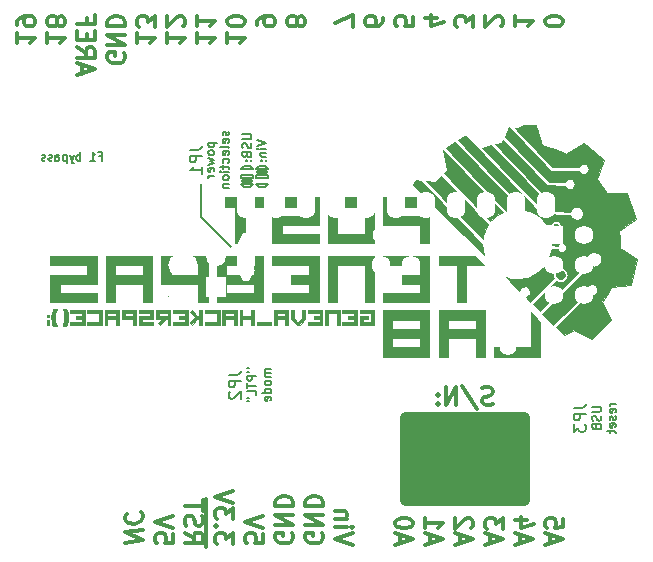
<source format=gbo>
G04 #@! TF.FileFunction,Legend,Bot*
%FSLAX46Y46*%
G04 Gerber Fmt 4.6, Leading zero omitted, Abs format (unit mm)*
G04 Created by KiCad (PCBNEW 4.0.2-stable) date 2016 March 27, Sunday 01:25:21*
%MOMM*%
G01*
G04 APERTURE LIST*
%ADD10C,0.150000*%
%ADD11C,0.300000*%
%ADD12C,1.000000*%
%ADD13C,0.187500*%
%ADD14C,0.500000*%
%ADD15C,0.200000*%
%ADD16C,0.000120*%
%ADD17R,1.540000X1.540000*%
%ADD18C,1.100000*%
%ADD19O,2.600000X2.300000*%
%ADD20O,2.800000X2.600000*%
%ADD21C,1.588000*%
%ADD22R,1.588000X1.588000*%
%ADD23R,2.540000X1.750000*%
%ADD24O,2.540000X1.750000*%
%ADD25R,8.890000X8.890000*%
%ADD26C,1.397000*%
%ADD27R,1.397000X1.397000*%
%ADD28O,1.574800X2.286000*%
%ADD29R,1.574800X2.286000*%
%ADD30C,6.000000*%
%ADD31R,1.651000X1.651000*%
%ADD32C,1.651000*%
G04 APERTURE END LIST*
D10*
D11*
X247587143Y-162927143D02*
X247372857Y-162998571D01*
X247015714Y-162998571D01*
X246872857Y-162927143D01*
X246801428Y-162855714D01*
X246730000Y-162712857D01*
X246730000Y-162570000D01*
X246801428Y-162427143D01*
X246872857Y-162355714D01*
X247015714Y-162284286D01*
X247301428Y-162212857D01*
X247444286Y-162141429D01*
X247515714Y-162070000D01*
X247587143Y-161927143D01*
X247587143Y-161784286D01*
X247515714Y-161641429D01*
X247444286Y-161570000D01*
X247301428Y-161498571D01*
X246944286Y-161498571D01*
X246730000Y-161570000D01*
X245015715Y-161427143D02*
X246301429Y-163355714D01*
X244515714Y-162998571D02*
X244515714Y-161498571D01*
X243658571Y-162998571D01*
X243658571Y-161498571D01*
X242944285Y-162855714D02*
X242872857Y-162927143D01*
X242944285Y-162998571D01*
X243015714Y-162927143D01*
X242944285Y-162855714D01*
X242944285Y-162998571D01*
X242944285Y-162070000D02*
X242872857Y-162141429D01*
X242944285Y-162212857D01*
X243015714Y-162141429D01*
X242944285Y-162070000D01*
X242944285Y-162212857D01*
D12*
X240230000Y-164070000D02*
X240230000Y-171070000D01*
X240730000Y-164070000D02*
X240730000Y-171070000D01*
X241230000Y-164070000D02*
X241230000Y-171070000D01*
X241730000Y-164070000D02*
X241730000Y-171070000D01*
X242230000Y-164070000D02*
X242230000Y-171070000D01*
X242730000Y-164070000D02*
X242730000Y-171070000D01*
X243230000Y-164070000D02*
X243230000Y-171070000D01*
X243730000Y-164070000D02*
X243730000Y-171070000D01*
X244230000Y-164070000D02*
X244230000Y-171070000D01*
X244730000Y-164070000D02*
X244730000Y-171070000D01*
X245230000Y-164070000D02*
X245230000Y-171070000D01*
X245730000Y-164070000D02*
X245730000Y-171070000D01*
X246230000Y-164070000D02*
X246230000Y-171070000D01*
X246730000Y-164070000D02*
X246730000Y-171070000D01*
X247230000Y-164070000D02*
X247230000Y-171070000D01*
X247730000Y-164070000D02*
X247730000Y-171070000D01*
X248230000Y-164070000D02*
X248230000Y-171070000D01*
X248730000Y-164070000D02*
X248730000Y-171070000D01*
X249230000Y-164070000D02*
X249230000Y-171070000D01*
X249730000Y-164070000D02*
X249730000Y-171070000D01*
X250230000Y-164070000D02*
X250230000Y-171070000D01*
X240230000Y-164070000D02*
X250230000Y-164070000D01*
X240230000Y-171070000D02*
X250230000Y-171070000D01*
D13*
X256018536Y-163137571D02*
X256625679Y-163137571D01*
X256697107Y-163173286D01*
X256732821Y-163209000D01*
X256768536Y-163280429D01*
X256768536Y-163423286D01*
X256732821Y-163494714D01*
X256697107Y-163530429D01*
X256625679Y-163566143D01*
X256018536Y-163566143D01*
X256732821Y-163887571D02*
X256768536Y-163994714D01*
X256768536Y-164173285D01*
X256732821Y-164244714D01*
X256697107Y-164280428D01*
X256625679Y-164316143D01*
X256554250Y-164316143D01*
X256482821Y-164280428D01*
X256447107Y-164244714D01*
X256411393Y-164173285D01*
X256375679Y-164030428D01*
X256339964Y-163959000D01*
X256304250Y-163923285D01*
X256232821Y-163887571D01*
X256161393Y-163887571D01*
X256089964Y-163923285D01*
X256054250Y-163959000D01*
X256018536Y-164030428D01*
X256018536Y-164209000D01*
X256054250Y-164316143D01*
X256375679Y-164887571D02*
X256411393Y-164994714D01*
X256447107Y-165030429D01*
X256518536Y-165066143D01*
X256625679Y-165066143D01*
X256697107Y-165030429D01*
X256732821Y-164994714D01*
X256768536Y-164923286D01*
X256768536Y-164637571D01*
X256018536Y-164637571D01*
X256018536Y-164887571D01*
X256054250Y-164959000D01*
X256089964Y-164994714D01*
X256161393Y-165030429D01*
X256232821Y-165030429D01*
X256304250Y-164994714D01*
X256339964Y-164959000D01*
X256375679Y-164887571D01*
X256375679Y-164637571D01*
X258006036Y-162869714D02*
X257506036Y-162869714D01*
X257648893Y-162869714D02*
X257577464Y-162905429D01*
X257541750Y-162941143D01*
X257506036Y-163012572D01*
X257506036Y-163084000D01*
X257970321Y-163619715D02*
X258006036Y-163548286D01*
X258006036Y-163405429D01*
X257970321Y-163334000D01*
X257898893Y-163298286D01*
X257613179Y-163298286D01*
X257541750Y-163334000D01*
X257506036Y-163405429D01*
X257506036Y-163548286D01*
X257541750Y-163619715D01*
X257613179Y-163655429D01*
X257684607Y-163655429D01*
X257756036Y-163298286D01*
X257970321Y-163941143D02*
X258006036Y-164012572D01*
X258006036Y-164155429D01*
X257970321Y-164226857D01*
X257898893Y-164262572D01*
X257863179Y-164262572D01*
X257791750Y-164226857D01*
X257756036Y-164155429D01*
X257756036Y-164048286D01*
X257720321Y-163976857D01*
X257648893Y-163941143D01*
X257613179Y-163941143D01*
X257541750Y-163976857D01*
X257506036Y-164048286D01*
X257506036Y-164155429D01*
X257541750Y-164226857D01*
X257970321Y-164869715D02*
X258006036Y-164798286D01*
X258006036Y-164655429D01*
X257970321Y-164584000D01*
X257898893Y-164548286D01*
X257613179Y-164548286D01*
X257541750Y-164584000D01*
X257506036Y-164655429D01*
X257506036Y-164798286D01*
X257541750Y-164869715D01*
X257613179Y-164905429D01*
X257684607Y-164905429D01*
X257756036Y-164548286D01*
X257506036Y-165119715D02*
X257506036Y-165405429D01*
X257256036Y-165226857D02*
X257898893Y-165226857D01*
X257970321Y-165262572D01*
X258006036Y-165334000D01*
X258006036Y-165405429D01*
X226808536Y-159897142D02*
X226951393Y-159897142D01*
X226808536Y-160182856D02*
X226951393Y-160182856D01*
X227558536Y-160504285D02*
X226808536Y-160504285D01*
X226808536Y-160790000D01*
X226844250Y-160861428D01*
X226879964Y-160897143D01*
X226951393Y-160932857D01*
X227058536Y-160932857D01*
X227129964Y-160897143D01*
X227165679Y-160861428D01*
X227201393Y-160790000D01*
X227201393Y-160504285D01*
X226808536Y-161147143D02*
X226808536Y-161575714D01*
X227558536Y-161361428D02*
X226808536Y-161361428D01*
X227558536Y-162182857D02*
X227558536Y-161825714D01*
X226808536Y-161825714D01*
X226808536Y-162397143D02*
X226951393Y-162397143D01*
X226808536Y-162682857D02*
X226951393Y-162682857D01*
X228796036Y-159968572D02*
X228296036Y-159968572D01*
X228367464Y-159968572D02*
X228331750Y-160004287D01*
X228296036Y-160075715D01*
X228296036Y-160182858D01*
X228331750Y-160254287D01*
X228403179Y-160290001D01*
X228796036Y-160290001D01*
X228403179Y-160290001D02*
X228331750Y-160325715D01*
X228296036Y-160397144D01*
X228296036Y-160504287D01*
X228331750Y-160575715D01*
X228403179Y-160611430D01*
X228796036Y-160611430D01*
X228796036Y-161075715D02*
X228760321Y-161004287D01*
X228724607Y-160968572D01*
X228653179Y-160932858D01*
X228438893Y-160932858D01*
X228367464Y-160968572D01*
X228331750Y-161004287D01*
X228296036Y-161075715D01*
X228296036Y-161182858D01*
X228331750Y-161254287D01*
X228367464Y-161290001D01*
X228438893Y-161325715D01*
X228653179Y-161325715D01*
X228724607Y-161290001D01*
X228760321Y-161254287D01*
X228796036Y-161182858D01*
X228796036Y-161075715D01*
X228796036Y-161968572D02*
X228046036Y-161968572D01*
X228760321Y-161968572D02*
X228796036Y-161897143D01*
X228796036Y-161754286D01*
X228760321Y-161682858D01*
X228724607Y-161647143D01*
X228653179Y-161611429D01*
X228438893Y-161611429D01*
X228367464Y-161647143D01*
X228331750Y-161682858D01*
X228296036Y-161754286D01*
X228296036Y-161897143D01*
X228331750Y-161968572D01*
X228760321Y-162611429D02*
X228796036Y-162540000D01*
X228796036Y-162397143D01*
X228760321Y-162325714D01*
X228688893Y-162290000D01*
X228403179Y-162290000D01*
X228331750Y-162325714D01*
X228296036Y-162397143D01*
X228296036Y-162540000D01*
X228331750Y-162611429D01*
X228403179Y-162647143D01*
X228474607Y-162647143D01*
X228546036Y-162290000D01*
D14*
X226568000Y-144018000D02*
X227076000Y-144018000D01*
X227838000Y-143256000D02*
X228346000Y-143256000D01*
D15*
X227838000Y-142748000D02*
X228346000Y-142748000D01*
X228346000Y-142748000D02*
X228600000Y-143002000D01*
X228600000Y-143002000D02*
X227584000Y-143002000D01*
X227584000Y-143002000D02*
X227838000Y-142748000D01*
X227584000Y-143510000D02*
X228600000Y-143510000D01*
X228600000Y-143510000D02*
X228600000Y-143764000D01*
X228600000Y-143764000D02*
X227584000Y-143764000D01*
X227584000Y-143764000D02*
X227584000Y-143510000D01*
X227584000Y-144272000D02*
X228600000Y-144272000D01*
X228600000Y-144272000D02*
X228346000Y-144526000D01*
X228346000Y-144526000D02*
X227838000Y-144526000D01*
X227838000Y-144526000D02*
X227584000Y-144272000D01*
X226568000Y-144526000D02*
X226314000Y-144272000D01*
X227076000Y-144526000D02*
X226568000Y-144526000D01*
X227330000Y-144272000D02*
X227076000Y-144526000D01*
X226314000Y-144272000D02*
X227330000Y-144272000D01*
X226314000Y-143764000D02*
X226314000Y-143510000D01*
X227330000Y-143764000D02*
X226314000Y-143764000D01*
X227330000Y-143510000D02*
X227330000Y-143764000D01*
X226314000Y-143510000D02*
X227330000Y-143510000D01*
X226314000Y-143002000D02*
X226568000Y-142748000D01*
X227330000Y-143002000D02*
X226314000Y-143002000D01*
X227076000Y-142748000D02*
X227330000Y-143002000D01*
X226568000Y-142748000D02*
X227076000Y-142748000D01*
D13*
X227681286Y-140529715D02*
X228431286Y-140779715D01*
X227681286Y-141029715D01*
X228431286Y-141279714D02*
X227931286Y-141279714D01*
X227681286Y-141279714D02*
X227717000Y-141244000D01*
X227752714Y-141279714D01*
X227717000Y-141315429D01*
X227681286Y-141279714D01*
X227752714Y-141279714D01*
X227931286Y-141636857D02*
X228431286Y-141636857D01*
X228002714Y-141636857D02*
X227967000Y-141672572D01*
X227931286Y-141744000D01*
X227931286Y-141851143D01*
X227967000Y-141922572D01*
X228038429Y-141958286D01*
X228431286Y-141958286D01*
X228359857Y-142315428D02*
X228395571Y-142351143D01*
X228431286Y-142315428D01*
X228395571Y-142279714D01*
X228359857Y-142315428D01*
X228431286Y-142315428D01*
X227967000Y-142315428D02*
X228002714Y-142351143D01*
X228038429Y-142315428D01*
X228002714Y-142279714D01*
X227967000Y-142315428D01*
X228038429Y-142315428D01*
X226411286Y-140065428D02*
X227018429Y-140065428D01*
X227089857Y-140101143D01*
X227125571Y-140136857D01*
X227161286Y-140208286D01*
X227161286Y-140351143D01*
X227125571Y-140422571D01*
X227089857Y-140458286D01*
X227018429Y-140494000D01*
X226411286Y-140494000D01*
X227125571Y-140815428D02*
X227161286Y-140922571D01*
X227161286Y-141101142D01*
X227125571Y-141172571D01*
X227089857Y-141208285D01*
X227018429Y-141244000D01*
X226947000Y-141244000D01*
X226875571Y-141208285D01*
X226839857Y-141172571D01*
X226804143Y-141101142D01*
X226768429Y-140958285D01*
X226732714Y-140886857D01*
X226697000Y-140851142D01*
X226625571Y-140815428D01*
X226554143Y-140815428D01*
X226482714Y-140851142D01*
X226447000Y-140886857D01*
X226411286Y-140958285D01*
X226411286Y-141136857D01*
X226447000Y-141244000D01*
X226768429Y-141815428D02*
X226804143Y-141922571D01*
X226839857Y-141958286D01*
X226911286Y-141994000D01*
X227018429Y-141994000D01*
X227089857Y-141958286D01*
X227125571Y-141922571D01*
X227161286Y-141851143D01*
X227161286Y-141565428D01*
X226411286Y-141565428D01*
X226411286Y-141815428D01*
X226447000Y-141886857D01*
X226482714Y-141922571D01*
X226554143Y-141958286D01*
X226625571Y-141958286D01*
X226697000Y-141922571D01*
X226732714Y-141886857D01*
X226768429Y-141815428D01*
X226768429Y-141565428D01*
X227089857Y-142315428D02*
X227125571Y-142351143D01*
X227161286Y-142315428D01*
X227125571Y-142279714D01*
X227089857Y-142315428D01*
X227161286Y-142315428D01*
X226697000Y-142315428D02*
X226732714Y-142351143D01*
X226768429Y-142315428D01*
X226732714Y-142279714D01*
X226697000Y-142315428D01*
X226768429Y-142315428D01*
X223502536Y-140793572D02*
X224252536Y-140793572D01*
X223538250Y-140793572D02*
X223502536Y-140865001D01*
X223502536Y-141007858D01*
X223538250Y-141079287D01*
X223573964Y-141115001D01*
X223645393Y-141150715D01*
X223859679Y-141150715D01*
X223931107Y-141115001D01*
X223966821Y-141079287D01*
X224002536Y-141007858D01*
X224002536Y-140865001D01*
X223966821Y-140793572D01*
X224002536Y-141579286D02*
X223966821Y-141507858D01*
X223931107Y-141472143D01*
X223859679Y-141436429D01*
X223645393Y-141436429D01*
X223573964Y-141472143D01*
X223538250Y-141507858D01*
X223502536Y-141579286D01*
X223502536Y-141686429D01*
X223538250Y-141757858D01*
X223573964Y-141793572D01*
X223645393Y-141829286D01*
X223859679Y-141829286D01*
X223931107Y-141793572D01*
X223966821Y-141757858D01*
X224002536Y-141686429D01*
X224002536Y-141579286D01*
X223502536Y-142079286D02*
X224002536Y-142222143D01*
X223645393Y-142365000D01*
X224002536Y-142507857D01*
X223502536Y-142650714D01*
X223966821Y-143222143D02*
X224002536Y-143150714D01*
X224002536Y-143007857D01*
X223966821Y-142936428D01*
X223895393Y-142900714D01*
X223609679Y-142900714D01*
X223538250Y-142936428D01*
X223502536Y-143007857D01*
X223502536Y-143150714D01*
X223538250Y-143222143D01*
X223609679Y-143257857D01*
X223681107Y-143257857D01*
X223752536Y-142900714D01*
X224002536Y-143579285D02*
X223502536Y-143579285D01*
X223645393Y-143579285D02*
X223573964Y-143615000D01*
X223538250Y-143650714D01*
X223502536Y-143722143D01*
X223502536Y-143793571D01*
X225204321Y-139847144D02*
X225240036Y-139918573D01*
X225240036Y-140061430D01*
X225204321Y-140132858D01*
X225132893Y-140168573D01*
X225097179Y-140168573D01*
X225025750Y-140132858D01*
X224990036Y-140061430D01*
X224990036Y-139954287D01*
X224954321Y-139882858D01*
X224882893Y-139847144D01*
X224847179Y-139847144D01*
X224775750Y-139882858D01*
X224740036Y-139954287D01*
X224740036Y-140061430D01*
X224775750Y-140132858D01*
X225204321Y-140775716D02*
X225240036Y-140704287D01*
X225240036Y-140561430D01*
X225204321Y-140490001D01*
X225132893Y-140454287D01*
X224847179Y-140454287D01*
X224775750Y-140490001D01*
X224740036Y-140561430D01*
X224740036Y-140704287D01*
X224775750Y-140775716D01*
X224847179Y-140811430D01*
X224918607Y-140811430D01*
X224990036Y-140454287D01*
X225240036Y-141240001D02*
X225204321Y-141168573D01*
X225132893Y-141132858D01*
X224490036Y-141132858D01*
X225204321Y-141811430D02*
X225240036Y-141740001D01*
X225240036Y-141597144D01*
X225204321Y-141525715D01*
X225132893Y-141490001D01*
X224847179Y-141490001D01*
X224775750Y-141525715D01*
X224740036Y-141597144D01*
X224740036Y-141740001D01*
X224775750Y-141811430D01*
X224847179Y-141847144D01*
X224918607Y-141847144D01*
X224990036Y-141490001D01*
X225204321Y-142490001D02*
X225240036Y-142418572D01*
X225240036Y-142275715D01*
X225204321Y-142204287D01*
X225168607Y-142168572D01*
X225097179Y-142132858D01*
X224882893Y-142132858D01*
X224811464Y-142168572D01*
X224775750Y-142204287D01*
X224740036Y-142275715D01*
X224740036Y-142418572D01*
X224775750Y-142490001D01*
X224740036Y-142704287D02*
X224740036Y-142990001D01*
X224490036Y-142811429D02*
X225132893Y-142811429D01*
X225204321Y-142847144D01*
X225240036Y-142918572D01*
X225240036Y-142990001D01*
X225240036Y-143240000D02*
X224740036Y-143240000D01*
X224490036Y-143240000D02*
X224525750Y-143204286D01*
X224561464Y-143240000D01*
X224525750Y-143275715D01*
X224490036Y-143240000D01*
X224561464Y-143240000D01*
X225240036Y-143704286D02*
X225204321Y-143632858D01*
X225168607Y-143597143D01*
X225097179Y-143561429D01*
X224882893Y-143561429D01*
X224811464Y-143597143D01*
X224775750Y-143632858D01*
X224740036Y-143704286D01*
X224740036Y-143811429D01*
X224775750Y-143882858D01*
X224811464Y-143918572D01*
X224882893Y-143954286D01*
X225097179Y-143954286D01*
X225168607Y-143918572D01*
X225204321Y-143882858D01*
X225240036Y-143811429D01*
X225240036Y-143704286D01*
X224740036Y-144275714D02*
X225240036Y-144275714D01*
X224811464Y-144275714D02*
X224775750Y-144311429D01*
X224740036Y-144382857D01*
X224740036Y-144490000D01*
X224775750Y-144561429D01*
X224847179Y-144597143D01*
X225240036Y-144597143D01*
D15*
X222885000Y-147066000D02*
X222885000Y-144272000D01*
X225425000Y-149606000D02*
X222885000Y-147066000D01*
D11*
X252480000Y-174720286D02*
X252480000Y-174006000D01*
X252051429Y-174863143D02*
X253551429Y-174363143D01*
X252051429Y-173863143D01*
X253551429Y-172648857D02*
X253551429Y-173363143D01*
X252837143Y-173434572D01*
X252908571Y-173363143D01*
X252980000Y-173220286D01*
X252980000Y-172863143D01*
X252908571Y-172720286D01*
X252837143Y-172648857D01*
X252694286Y-172577429D01*
X252337143Y-172577429D01*
X252194286Y-172648857D01*
X252122857Y-172720286D01*
X252051429Y-172863143D01*
X252051429Y-173220286D01*
X252122857Y-173363143D01*
X252194286Y-173434572D01*
X249940000Y-174720286D02*
X249940000Y-174006000D01*
X249511429Y-174863143D02*
X251011429Y-174363143D01*
X249511429Y-173863143D01*
X250511429Y-172720286D02*
X249511429Y-172720286D01*
X251082857Y-173077429D02*
X250011429Y-173434572D01*
X250011429Y-172506000D01*
X247400000Y-174720286D02*
X247400000Y-174006000D01*
X246971429Y-174863143D02*
X248471429Y-174363143D01*
X246971429Y-173863143D01*
X248471429Y-173506000D02*
X248471429Y-172577429D01*
X247900000Y-173077429D01*
X247900000Y-172863143D01*
X247828571Y-172720286D01*
X247757143Y-172648857D01*
X247614286Y-172577429D01*
X247257143Y-172577429D01*
X247114286Y-172648857D01*
X247042857Y-172720286D01*
X246971429Y-172863143D01*
X246971429Y-173291715D01*
X247042857Y-173434572D01*
X247114286Y-173506000D01*
X244860000Y-174720286D02*
X244860000Y-174006000D01*
X244431429Y-174863143D02*
X245931429Y-174363143D01*
X244431429Y-173863143D01*
X245788571Y-173434572D02*
X245860000Y-173363143D01*
X245931429Y-173220286D01*
X245931429Y-172863143D01*
X245860000Y-172720286D01*
X245788571Y-172648857D01*
X245645714Y-172577429D01*
X245502857Y-172577429D01*
X245288571Y-172648857D01*
X244431429Y-173506000D01*
X244431429Y-172577429D01*
X242320000Y-174720286D02*
X242320000Y-174006000D01*
X241891429Y-174863143D02*
X243391429Y-174363143D01*
X241891429Y-173863143D01*
X241891429Y-172577429D02*
X241891429Y-173434572D01*
X241891429Y-173006000D02*
X243391429Y-173006000D01*
X243177143Y-173148857D01*
X243034286Y-173291715D01*
X242962857Y-173434572D01*
X239780000Y-174720286D02*
X239780000Y-174006000D01*
X239351429Y-174863143D02*
X240851429Y-174363143D01*
X239351429Y-173863143D01*
X240851429Y-173077429D02*
X240851429Y-172934572D01*
X240780000Y-172791715D01*
X240708571Y-172720286D01*
X240565714Y-172648857D01*
X240280000Y-172577429D01*
X239922857Y-172577429D01*
X239637143Y-172648857D01*
X239494286Y-172720286D01*
X239422857Y-172791715D01*
X239351429Y-172934572D01*
X239351429Y-173077429D01*
X239422857Y-173220286D01*
X239494286Y-173291715D01*
X239637143Y-173363143D01*
X239922857Y-173434572D01*
X240280000Y-173434572D01*
X240565714Y-173363143D01*
X240708571Y-173291715D01*
X240780000Y-173220286D01*
X240851429Y-173077429D01*
X235771429Y-174863143D02*
X234271429Y-174363143D01*
X235771429Y-173863143D01*
X234271429Y-173363143D02*
X235271429Y-173363143D01*
X235771429Y-173363143D02*
X235700000Y-173434572D01*
X235628571Y-173363143D01*
X235700000Y-173291715D01*
X235771429Y-173363143D01*
X235628571Y-173363143D01*
X235271429Y-172648857D02*
X234271429Y-172648857D01*
X235128571Y-172648857D02*
X235200000Y-172577429D01*
X235271429Y-172434571D01*
X235271429Y-172220286D01*
X235200000Y-172077429D01*
X235057143Y-172006000D01*
X234271429Y-172006000D01*
X233160000Y-173863143D02*
X233231429Y-174006000D01*
X233231429Y-174220286D01*
X233160000Y-174434571D01*
X233017143Y-174577429D01*
X232874286Y-174648857D01*
X232588571Y-174720286D01*
X232374286Y-174720286D01*
X232088571Y-174648857D01*
X231945714Y-174577429D01*
X231802857Y-174434571D01*
X231731429Y-174220286D01*
X231731429Y-174077429D01*
X231802857Y-173863143D01*
X231874286Y-173791714D01*
X232374286Y-173791714D01*
X232374286Y-174077429D01*
X231731429Y-173148857D02*
X233231429Y-173148857D01*
X231731429Y-172291714D01*
X233231429Y-172291714D01*
X231731429Y-171577428D02*
X233231429Y-171577428D01*
X233231429Y-171220285D01*
X233160000Y-171006000D01*
X233017143Y-170863142D01*
X232874286Y-170791714D01*
X232588571Y-170720285D01*
X232374286Y-170720285D01*
X232088571Y-170791714D01*
X231945714Y-170863142D01*
X231802857Y-171006000D01*
X231731429Y-171220285D01*
X231731429Y-171577428D01*
X230620000Y-173863143D02*
X230691429Y-174006000D01*
X230691429Y-174220286D01*
X230620000Y-174434571D01*
X230477143Y-174577429D01*
X230334286Y-174648857D01*
X230048571Y-174720286D01*
X229834286Y-174720286D01*
X229548571Y-174648857D01*
X229405714Y-174577429D01*
X229262857Y-174434571D01*
X229191429Y-174220286D01*
X229191429Y-174077429D01*
X229262857Y-173863143D01*
X229334286Y-173791714D01*
X229834286Y-173791714D01*
X229834286Y-174077429D01*
X229191429Y-173148857D02*
X230691429Y-173148857D01*
X229191429Y-172291714D01*
X230691429Y-172291714D01*
X229191429Y-171577428D02*
X230691429Y-171577428D01*
X230691429Y-171220285D01*
X230620000Y-171006000D01*
X230477143Y-170863142D01*
X230334286Y-170791714D01*
X230048571Y-170720285D01*
X229834286Y-170720285D01*
X229548571Y-170791714D01*
X229405714Y-170863142D01*
X229262857Y-171006000D01*
X229191429Y-171220285D01*
X229191429Y-171577428D01*
X228151429Y-173934571D02*
X228151429Y-174648857D01*
X227437143Y-174720286D01*
X227508571Y-174648857D01*
X227580000Y-174506000D01*
X227580000Y-174148857D01*
X227508571Y-174006000D01*
X227437143Y-173934571D01*
X227294286Y-173863143D01*
X226937143Y-173863143D01*
X226794286Y-173934571D01*
X226722857Y-174006000D01*
X226651429Y-174148857D01*
X226651429Y-174506000D01*
X226722857Y-174648857D01*
X226794286Y-174720286D01*
X228151429Y-173434572D02*
X226651429Y-172934572D01*
X228151429Y-172434572D01*
X225611429Y-174791714D02*
X225611429Y-173863143D01*
X225040000Y-174363143D01*
X225040000Y-174148857D01*
X224968571Y-174006000D01*
X224897143Y-173934571D01*
X224754286Y-173863143D01*
X224397143Y-173863143D01*
X224254286Y-173934571D01*
X224182857Y-174006000D01*
X224111429Y-174148857D01*
X224111429Y-174577429D01*
X224182857Y-174720286D01*
X224254286Y-174791714D01*
X224254286Y-173220286D02*
X224182857Y-173148858D01*
X224111429Y-173220286D01*
X224182857Y-173291715D01*
X224254286Y-173220286D01*
X224111429Y-173220286D01*
X225611429Y-172648857D02*
X225611429Y-171720286D01*
X225040000Y-172220286D01*
X225040000Y-172006000D01*
X224968571Y-171863143D01*
X224897143Y-171791714D01*
X224754286Y-171720286D01*
X224397143Y-171720286D01*
X224254286Y-171791714D01*
X224182857Y-171863143D01*
X224111429Y-172006000D01*
X224111429Y-172434572D01*
X224182857Y-172577429D01*
X224254286Y-172648857D01*
X225611429Y-171291715D02*
X224111429Y-170791715D01*
X225611429Y-170291715D01*
X221571429Y-173791714D02*
X222285714Y-174291714D01*
X221571429Y-174648857D02*
X223071429Y-174648857D01*
X223071429Y-174077429D01*
X223000000Y-173934571D01*
X222928571Y-173863143D01*
X222785714Y-173791714D01*
X222571429Y-173791714D01*
X222428571Y-173863143D01*
X222357143Y-173934571D01*
X222285714Y-174077429D01*
X222285714Y-174648857D01*
X221642857Y-173220286D02*
X221571429Y-173006000D01*
X221571429Y-172648857D01*
X221642857Y-172506000D01*
X221714286Y-172434571D01*
X221857143Y-172363143D01*
X222000000Y-172363143D01*
X222142857Y-172434571D01*
X222214286Y-172506000D01*
X222285714Y-172648857D01*
X222357143Y-172934571D01*
X222428571Y-173077429D01*
X222500000Y-173148857D01*
X222642857Y-173220286D01*
X222785714Y-173220286D01*
X222928571Y-173148857D01*
X223000000Y-173077429D01*
X223071429Y-172934571D01*
X223071429Y-172577429D01*
X223000000Y-172363143D01*
X223071429Y-171934572D02*
X223071429Y-171077429D01*
X221571429Y-171506000D02*
X223071429Y-171506000D01*
X223330000Y-175006000D02*
X223330000Y-170934572D01*
X220531429Y-173934571D02*
X220531429Y-174648857D01*
X219817143Y-174720286D01*
X219888571Y-174648857D01*
X219960000Y-174506000D01*
X219960000Y-174148857D01*
X219888571Y-174006000D01*
X219817143Y-173934571D01*
X219674286Y-173863143D01*
X219317143Y-173863143D01*
X219174286Y-173934571D01*
X219102857Y-174006000D01*
X219031429Y-174148857D01*
X219031429Y-174506000D01*
X219102857Y-174648857D01*
X219174286Y-174720286D01*
X220531429Y-173434572D02*
X219031429Y-172934572D01*
X220531429Y-172434572D01*
X216491429Y-174639928D02*
X217991429Y-174452428D01*
X216491429Y-173782785D01*
X217991429Y-173595285D01*
X216634286Y-172193499D02*
X216562857Y-172273857D01*
X216491429Y-172497071D01*
X216491429Y-172639928D01*
X216562857Y-172845285D01*
X216705714Y-172970286D01*
X216848571Y-173023857D01*
X217134286Y-173059571D01*
X217348571Y-173032786D01*
X217634286Y-172925642D01*
X217777143Y-172836357D01*
X217920000Y-172675642D01*
X217991429Y-172452428D01*
X217991429Y-172309571D01*
X217920000Y-172104214D01*
X217848571Y-172041714D01*
X253551429Y-130579714D02*
X253551429Y-130436857D01*
X253480000Y-130294000D01*
X253408571Y-130222571D01*
X253265714Y-130151142D01*
X252980000Y-130079714D01*
X252622857Y-130079714D01*
X252337143Y-130151142D01*
X252194286Y-130222571D01*
X252122857Y-130294000D01*
X252051429Y-130436857D01*
X252051429Y-130579714D01*
X252122857Y-130722571D01*
X252194286Y-130794000D01*
X252337143Y-130865428D01*
X252622857Y-130936857D01*
X252980000Y-130936857D01*
X253265714Y-130865428D01*
X253408571Y-130794000D01*
X253480000Y-130722571D01*
X253551429Y-130579714D01*
X249511429Y-130079714D02*
X249511429Y-130936857D01*
X249511429Y-130508285D02*
X251011429Y-130508285D01*
X250797143Y-130651142D01*
X250654286Y-130794000D01*
X250582857Y-130936857D01*
X248328571Y-130936857D02*
X248400000Y-130865428D01*
X248471429Y-130722571D01*
X248471429Y-130365428D01*
X248400000Y-130222571D01*
X248328571Y-130151142D01*
X248185714Y-130079714D01*
X248042857Y-130079714D01*
X247828571Y-130151142D01*
X246971429Y-131008285D01*
X246971429Y-130079714D01*
X245931429Y-131008285D02*
X245931429Y-130079714D01*
X245360000Y-130579714D01*
X245360000Y-130365428D01*
X245288571Y-130222571D01*
X245217143Y-130151142D01*
X245074286Y-130079714D01*
X244717143Y-130079714D01*
X244574286Y-130151142D01*
X244502857Y-130222571D01*
X244431429Y-130365428D01*
X244431429Y-130794000D01*
X244502857Y-130936857D01*
X244574286Y-131008285D01*
X242891429Y-130222571D02*
X241891429Y-130222571D01*
X243462857Y-130579714D02*
X242391429Y-130936857D01*
X242391429Y-130008285D01*
X240851429Y-130151142D02*
X240851429Y-130865428D01*
X240137143Y-130936857D01*
X240208571Y-130865428D01*
X240280000Y-130722571D01*
X240280000Y-130365428D01*
X240208571Y-130222571D01*
X240137143Y-130151142D01*
X239994286Y-130079714D01*
X239637143Y-130079714D01*
X239494286Y-130151142D01*
X239422857Y-130222571D01*
X239351429Y-130365428D01*
X239351429Y-130722571D01*
X239422857Y-130865428D01*
X239494286Y-130936857D01*
X238311429Y-130222571D02*
X238311429Y-130508285D01*
X238240000Y-130651142D01*
X238168571Y-130722571D01*
X237954286Y-130865428D01*
X237668571Y-130936857D01*
X237097143Y-130936857D01*
X236954286Y-130865428D01*
X236882857Y-130794000D01*
X236811429Y-130651142D01*
X236811429Y-130365428D01*
X236882857Y-130222571D01*
X236954286Y-130151142D01*
X237097143Y-130079714D01*
X237454286Y-130079714D01*
X237597143Y-130151142D01*
X237668571Y-130222571D01*
X237740000Y-130365428D01*
X237740000Y-130651142D01*
X237668571Y-130794000D01*
X237597143Y-130865428D01*
X237454286Y-130936857D01*
X235771429Y-131008285D02*
X235771429Y-130008285D01*
X234271429Y-130651142D01*
X231064571Y-130651142D02*
X231136000Y-130794000D01*
X231207429Y-130865428D01*
X231350286Y-130936857D01*
X231421714Y-130936857D01*
X231564571Y-130865428D01*
X231636000Y-130794000D01*
X231707429Y-130651142D01*
X231707429Y-130365428D01*
X231636000Y-130222571D01*
X231564571Y-130151142D01*
X231421714Y-130079714D01*
X231350286Y-130079714D01*
X231207429Y-130151142D01*
X231136000Y-130222571D01*
X231064571Y-130365428D01*
X231064571Y-130651142D01*
X230993143Y-130794000D01*
X230921714Y-130865428D01*
X230778857Y-130936857D01*
X230493143Y-130936857D01*
X230350286Y-130865428D01*
X230278857Y-130794000D01*
X230207429Y-130651142D01*
X230207429Y-130365428D01*
X230278857Y-130222571D01*
X230350286Y-130151142D01*
X230493143Y-130079714D01*
X230778857Y-130079714D01*
X230921714Y-130151142D01*
X230993143Y-130222571D01*
X231064571Y-130365428D01*
X227667429Y-130794000D02*
X227667429Y-130508285D01*
X227738857Y-130365428D01*
X227810286Y-130294000D01*
X228024571Y-130151142D01*
X228310286Y-130079714D01*
X228881714Y-130079714D01*
X229024571Y-130151142D01*
X229096000Y-130222571D01*
X229167429Y-130365428D01*
X229167429Y-130651142D01*
X229096000Y-130794000D01*
X229024571Y-130865428D01*
X228881714Y-130936857D01*
X228524571Y-130936857D01*
X228381714Y-130865428D01*
X228310286Y-130794000D01*
X228238857Y-130651142D01*
X228238857Y-130365428D01*
X228310286Y-130222571D01*
X228381714Y-130151142D01*
X228524571Y-130079714D01*
X225127429Y-131508285D02*
X225127429Y-132365428D01*
X225127429Y-131936856D02*
X226627429Y-131936856D01*
X226413143Y-132079713D01*
X226270286Y-132222571D01*
X226198857Y-132365428D01*
X226627429Y-130579714D02*
X226627429Y-130436857D01*
X226556000Y-130294000D01*
X226484571Y-130222571D01*
X226341714Y-130151142D01*
X226056000Y-130079714D01*
X225698857Y-130079714D01*
X225413143Y-130151142D01*
X225270286Y-130222571D01*
X225198857Y-130294000D01*
X225127429Y-130436857D01*
X225127429Y-130579714D01*
X225198857Y-130722571D01*
X225270286Y-130794000D01*
X225413143Y-130865428D01*
X225698857Y-130936857D01*
X226056000Y-130936857D01*
X226341714Y-130865428D01*
X226484571Y-130794000D01*
X226556000Y-130722571D01*
X226627429Y-130579714D01*
X222587429Y-131508285D02*
X222587429Y-132365428D01*
X222587429Y-131936856D02*
X224087429Y-131936856D01*
X223873143Y-132079713D01*
X223730286Y-132222571D01*
X223658857Y-132365428D01*
X222587429Y-130079714D02*
X222587429Y-130936857D01*
X222587429Y-130508285D02*
X224087429Y-130508285D01*
X223873143Y-130651142D01*
X223730286Y-130794000D01*
X223658857Y-130936857D01*
X220047429Y-131508285D02*
X220047429Y-132365428D01*
X220047429Y-131936856D02*
X221547429Y-131936856D01*
X221333143Y-132079713D01*
X221190286Y-132222571D01*
X221118857Y-132365428D01*
X221404571Y-130936857D02*
X221476000Y-130865428D01*
X221547429Y-130722571D01*
X221547429Y-130365428D01*
X221476000Y-130222571D01*
X221404571Y-130151142D01*
X221261714Y-130079714D01*
X221118857Y-130079714D01*
X220904571Y-130151142D01*
X220047429Y-131008285D01*
X220047429Y-130079714D01*
X217507429Y-131508285D02*
X217507429Y-132365428D01*
X217507429Y-131936856D02*
X219007429Y-131936856D01*
X218793143Y-132079713D01*
X218650286Y-132222571D01*
X218578857Y-132365428D01*
X219007429Y-131008285D02*
X219007429Y-130079714D01*
X218436000Y-130579714D01*
X218436000Y-130365428D01*
X218364571Y-130222571D01*
X218293143Y-130151142D01*
X218150286Y-130079714D01*
X217793143Y-130079714D01*
X217650286Y-130151142D01*
X217578857Y-130222571D01*
X217507429Y-130365428D01*
X217507429Y-130794000D01*
X217578857Y-130936857D01*
X217650286Y-131008285D01*
X216396000Y-133222572D02*
X216467429Y-133365429D01*
X216467429Y-133579715D01*
X216396000Y-133794000D01*
X216253143Y-133936858D01*
X216110286Y-134008286D01*
X215824571Y-134079715D01*
X215610286Y-134079715D01*
X215324571Y-134008286D01*
X215181714Y-133936858D01*
X215038857Y-133794000D01*
X214967429Y-133579715D01*
X214967429Y-133436858D01*
X215038857Y-133222572D01*
X215110286Y-133151143D01*
X215610286Y-133151143D01*
X215610286Y-133436858D01*
X214967429Y-132508286D02*
X216467429Y-132508286D01*
X214967429Y-131651143D01*
X216467429Y-131651143D01*
X214967429Y-130936857D02*
X216467429Y-130936857D01*
X216467429Y-130579714D01*
X216396000Y-130365429D01*
X216253143Y-130222571D01*
X216110286Y-130151143D01*
X215824571Y-130079714D01*
X215610286Y-130079714D01*
X215324571Y-130151143D01*
X215181714Y-130222571D01*
X215038857Y-130365429D01*
X214967429Y-130579714D01*
X214967429Y-130936857D01*
X212856000Y-134936857D02*
X212856000Y-134222571D01*
X212427429Y-135079714D02*
X213927429Y-134579714D01*
X212427429Y-134079714D01*
X212427429Y-132722571D02*
X213141714Y-133222571D01*
X212427429Y-133579714D02*
X213927429Y-133579714D01*
X213927429Y-133008286D01*
X213856000Y-132865428D01*
X213784571Y-132794000D01*
X213641714Y-132722571D01*
X213427429Y-132722571D01*
X213284571Y-132794000D01*
X213213143Y-132865428D01*
X213141714Y-133008286D01*
X213141714Y-133579714D01*
X213213143Y-132079714D02*
X213213143Y-131579714D01*
X212427429Y-131365428D02*
X212427429Y-132079714D01*
X213927429Y-132079714D01*
X213927429Y-131365428D01*
X213213143Y-130222571D02*
X213213143Y-130722571D01*
X212427429Y-130722571D02*
X213927429Y-130722571D01*
X213927429Y-130008285D01*
X209887429Y-131508285D02*
X209887429Y-132365428D01*
X209887429Y-131936856D02*
X211387429Y-131936856D01*
X211173143Y-132079713D01*
X211030286Y-132222571D01*
X210958857Y-132365428D01*
X210744571Y-130651142D02*
X210816000Y-130794000D01*
X210887429Y-130865428D01*
X211030286Y-130936857D01*
X211101714Y-130936857D01*
X211244571Y-130865428D01*
X211316000Y-130794000D01*
X211387429Y-130651142D01*
X211387429Y-130365428D01*
X211316000Y-130222571D01*
X211244571Y-130151142D01*
X211101714Y-130079714D01*
X211030286Y-130079714D01*
X210887429Y-130151142D01*
X210816000Y-130222571D01*
X210744571Y-130365428D01*
X210744571Y-130651142D01*
X210673143Y-130794000D01*
X210601714Y-130865428D01*
X210458857Y-130936857D01*
X210173143Y-130936857D01*
X210030286Y-130865428D01*
X209958857Y-130794000D01*
X209887429Y-130651142D01*
X209887429Y-130365428D01*
X209958857Y-130222571D01*
X210030286Y-130151142D01*
X210173143Y-130079714D01*
X210458857Y-130079714D01*
X210601714Y-130151142D01*
X210673143Y-130222571D01*
X210744571Y-130365428D01*
X207347429Y-131508285D02*
X207347429Y-132365428D01*
X207347429Y-131936856D02*
X208847429Y-131936856D01*
X208633143Y-132079713D01*
X208490286Y-132222571D01*
X208418857Y-132365428D01*
X207347429Y-130794000D02*
X207347429Y-130508285D01*
X207418857Y-130365428D01*
X207490286Y-130294000D01*
X207704571Y-130151142D01*
X207990286Y-130079714D01*
X208561714Y-130079714D01*
X208704571Y-130151142D01*
X208776000Y-130222571D01*
X208847429Y-130365428D01*
X208847429Y-130651142D01*
X208776000Y-130794000D01*
X208704571Y-130865428D01*
X208561714Y-130936857D01*
X208204571Y-130936857D01*
X208061714Y-130865428D01*
X207990286Y-130794000D01*
X207918857Y-130651142D01*
X207918857Y-130365428D01*
X207990286Y-130222571D01*
X208061714Y-130151142D01*
X208204571Y-130079714D01*
D16*
G36*
X246865991Y-150326608D02*
X240875944Y-144336428D01*
X241064110Y-143949239D01*
X241508106Y-144000219D01*
X246704442Y-149343009D01*
X246703647Y-149361018D01*
X246746021Y-149856657D01*
X246865991Y-150326608D01*
G37*
X246865991Y-150326608D02*
X240875944Y-144336428D01*
X241064110Y-143949239D01*
X241508106Y-144000219D01*
X246704442Y-149343009D01*
X246703647Y-149361018D01*
X246746021Y-149856657D01*
X246865991Y-150326608D01*
G36*
X255790151Y-153646320D02*
X255892112Y-153683662D01*
X255999238Y-153696639D01*
X256091930Y-153687237D01*
X256178134Y-153659959D01*
X256256393Y-153618380D01*
X256324588Y-153562235D01*
X256380734Y-153494039D01*
X256423107Y-153416443D01*
X256449723Y-153330239D01*
X256458992Y-153237546D01*
X256449723Y-153144854D01*
X256423107Y-153058650D01*
X256380734Y-152981053D01*
X256324588Y-152912858D01*
X256256393Y-152856845D01*
X256178134Y-152814472D01*
X256091930Y-152787856D01*
X255999238Y-152778454D01*
X255907208Y-152787856D01*
X255821004Y-152814472D01*
X255743407Y-152856845D01*
X255675212Y-152912858D01*
X255619199Y-152981053D01*
X255576826Y-153058650D01*
X255550210Y-153144854D01*
X255540146Y-153237546D01*
X255586889Y-153438027D01*
X252739776Y-156200260D01*
X251791533Y-155252017D01*
X255856227Y-151195798D01*
X256002151Y-151254062D01*
X256158007Y-151274189D01*
X256283009Y-151261212D01*
X256398610Y-151225327D01*
X256503485Y-151167858D01*
X256594721Y-151092380D01*
X256670199Y-151001144D01*
X256727668Y-150896269D01*
X256763553Y-150780536D01*
X256775868Y-150656990D01*
X256763553Y-150531988D01*
X256727668Y-150416387D01*
X256670199Y-150311512D01*
X256594721Y-150220276D01*
X256503485Y-150144798D01*
X256398610Y-150087329D01*
X256283009Y-150051444D01*
X256158007Y-150039261D01*
X256033667Y-150051444D01*
X255918066Y-150087329D01*
X255813191Y-150144798D01*
X255721955Y-150220276D01*
X255646477Y-150311512D01*
X255589008Y-150416387D01*
X255553123Y-150531988D01*
X255540146Y-150656990D01*
X255566762Y-150833106D01*
X255645021Y-150996774D01*
X251586021Y-155046505D01*
X250999807Y-154460292D01*
X252985411Y-152494683D01*
X253142856Y-152575193D01*
X253313012Y-152606841D01*
X253326651Y-152606841D01*
X253446754Y-152593864D01*
X253558780Y-152558641D01*
X253660741Y-152501966D01*
X253749858Y-152427150D01*
X253824542Y-152337371D01*
X253881349Y-152233158D01*
X253918029Y-152119014D01*
X253931668Y-151996130D01*
X253923061Y-151874041D01*
X253891413Y-151758308D01*
X253838181Y-151651315D01*
X253764292Y-151555047D01*
X253673718Y-151474537D01*
X253570962Y-151414949D01*
X253458142Y-151376813D01*
X253338966Y-151362512D01*
X253325989Y-151362512D01*
X253206813Y-151374694D01*
X253094656Y-151409917D01*
X252992694Y-151465930D01*
X252903577Y-151540613D01*
X252829555Y-151631187D01*
X252772086Y-151734605D01*
X252735539Y-151848882D01*
X252720311Y-151972428D01*
X252736863Y-152129740D01*
X252792214Y-152276988D01*
X250794295Y-154254779D01*
X250388435Y-153848919D01*
X250528533Y-153789993D01*
X250639896Y-153691607D01*
X250714580Y-153561573D01*
X250743314Y-153409292D01*
X250736164Y-153315938D01*
X250711667Y-153228939D01*
X250672206Y-153149224D01*
X250618312Y-153079572D01*
X250552898Y-153021970D01*
X250477552Y-152977478D01*
X250393467Y-152948743D01*
X250302893Y-152937223D01*
X250143462Y-152965296D01*
X250008396Y-153045011D01*
X249908553Y-153163525D01*
X249851746Y-153312230D01*
X248705141Y-152165757D01*
X249175754Y-152286390D01*
X249671393Y-152328764D01*
X249950132Y-152315787D01*
X250221059Y-152277783D01*
X250483908Y-152215944D01*
X250736826Y-152131196D01*
X250979018Y-152025660D01*
X251209557Y-151899201D01*
X251426457Y-151753276D01*
X251629851Y-151589476D01*
X251818017Y-151409255D01*
X251989100Y-151212350D01*
X252142837Y-151001144D01*
X252278565Y-150776298D01*
X252393504Y-150539271D01*
X252488315Y-150290590D01*
X252560218Y-150032773D01*
X252609080Y-149765422D01*
X253083135Y-149789124D01*
X253137824Y-149890424D01*
X253216083Y-149969477D01*
X253313807Y-150019796D01*
X253424376Y-150037805D01*
X253568843Y-150007614D01*
X253685901Y-149926442D01*
X253765616Y-149805677D01*
X253794351Y-149658428D01*
X253765616Y-149510385D01*
X253685901Y-149389753D01*
X253568843Y-149307786D01*
X253424376Y-149278389D01*
X253320958Y-149293485D01*
X253227603Y-149337315D01*
X253150668Y-149406305D01*
X253093199Y-149498203D01*
X252634239Y-149474500D01*
X252639933Y-149361018D01*
X252617687Y-148993162D01*
X252550816Y-148639739D01*
X252444485Y-148301411D01*
X252299355Y-147983079D01*
X252534264Y-147993143D01*
X252597560Y-148108876D01*
X252688795Y-148198655D01*
X252802277Y-148256125D01*
X252930855Y-148276914D01*
X253016397Y-148267645D01*
X253096112Y-148242486D01*
X253168677Y-148202231D01*
X253231178Y-148148999D01*
X253282954Y-148085173D01*
X253322414Y-148011152D01*
X253346779Y-147929980D01*
X253355519Y-147842981D01*
X253346779Y-147755321D01*
X253322414Y-147673487D01*
X253282954Y-147599465D01*
X253231178Y-147534845D01*
X253168677Y-147481613D01*
X253096112Y-147441358D01*
X253016397Y-147416199D01*
X252930855Y-147407592D01*
X252800821Y-147428514D01*
X252685220Y-147488896D01*
X252592528Y-147580794D01*
X252530027Y-147700103D01*
X252117678Y-147681299D01*
X251955334Y-147465856D01*
X251774186Y-147266832D01*
X251575295Y-147085155D01*
X251361175Y-146922016D01*
X251131960Y-146778343D01*
X250889106Y-146655459D01*
X250634070Y-146554822D01*
X250368307Y-146478020D01*
X244642566Y-140576957D01*
X245263207Y-140188443D01*
X245397611Y-140295437D01*
X251695265Y-146786950D01*
X254145655Y-146906921D01*
X254220471Y-147072840D01*
X254340441Y-147204331D01*
X254494840Y-147289873D01*
X254671618Y-147320726D01*
X254781525Y-147309206D01*
X254884281Y-147276234D01*
X254976973Y-147224458D01*
X255057351Y-147156263D01*
X255124222Y-147072840D01*
X255175203Y-146977367D01*
X255206851Y-146872492D01*
X255217576Y-146759672D01*
X255206851Y-146646852D01*
X255175203Y-146541977D01*
X255124222Y-146446372D01*
X255057351Y-146363743D01*
X254976973Y-146295548D01*
X254884281Y-146243773D01*
X254781525Y-146210801D01*
X254671618Y-146199942D01*
X254492722Y-146229472D01*
X254338985Y-146314219D01*
X254219676Y-146444915D01*
X254145655Y-146613748D01*
X251823048Y-146499604D01*
X246723113Y-141243680D01*
X247488884Y-141000164D01*
X251675138Y-145314862D01*
X251626938Y-145523950D01*
X251637001Y-145622336D01*
X251665074Y-145713572D01*
X251708904Y-145796995D01*
X251767036Y-145869560D01*
X251837482Y-145928486D01*
X251917859Y-145973641D01*
X252006977Y-146002375D01*
X252102582Y-146012439D01*
X252198850Y-146002375D01*
X252287967Y-145973641D01*
X252368345Y-145928486D01*
X252438791Y-145869560D01*
X252496922Y-145796995D01*
X252540752Y-145713572D01*
X252568825Y-145622336D01*
X252578094Y-145523950D01*
X252568825Y-145425564D01*
X252540752Y-145334328D01*
X252496922Y-145251037D01*
X252438791Y-145179134D01*
X252368345Y-145119546D01*
X252287967Y-145074259D01*
X252198850Y-145045525D01*
X252102582Y-145036123D01*
X251984730Y-145052013D01*
X251871911Y-145099419D01*
X247818604Y-140921773D01*
X248416338Y-140807628D01*
X248504793Y-140581989D01*
X252200306Y-144390984D01*
X252226128Y-144392441D01*
X253722580Y-144441303D01*
X253786538Y-144552004D01*
X253876979Y-144637413D01*
X253987681Y-144692102D01*
X254111888Y-144711435D01*
X254275689Y-144677006D01*
X254409299Y-144584314D01*
X254499872Y-144447129D01*
X254532182Y-144279753D01*
X254499872Y-144110921D01*
X254409299Y-143973603D01*
X254275689Y-143880911D01*
X254111888Y-143847145D01*
X253979736Y-143868729D01*
X253863340Y-143930568D01*
X253771443Y-144025379D01*
X253710398Y-144148262D01*
X252325971Y-144102976D01*
X248621188Y-140284579D01*
X248936475Y-139477757D01*
X252506324Y-143156851D01*
X252532145Y-143156851D01*
X254915134Y-143194855D01*
X254981211Y-143294698D01*
X255069533Y-143370838D01*
X255175203Y-143419700D01*
X255291598Y-143437047D01*
X255456061Y-143402486D01*
X255589670Y-143309793D01*
X255680244Y-143172609D01*
X255713348Y-143004571D01*
X255680244Y-142835738D01*
X255589670Y-142698421D01*
X255456061Y-142605729D01*
X255291598Y-142571962D01*
X255166596Y-142591427D01*
X255055232Y-142646778D01*
X254964659Y-142732982D01*
X254901495Y-142845007D01*
X252652116Y-142811241D01*
X249141193Y-139192000D01*
X251287816Y-139291048D01*
X251790738Y-140964146D01*
X252318026Y-141111527D01*
X252831012Y-141291086D01*
X253328903Y-141500835D01*
X253809446Y-141740776D01*
X255286566Y-140822724D01*
X257015809Y-142246612D01*
X256416619Y-143887400D01*
X256851214Y-144465800D01*
X257236284Y-145080748D01*
X258977048Y-145085780D01*
X259686806Y-147210819D01*
X258306749Y-148284859D01*
X258359981Y-148826448D01*
X258377857Y-149378232D01*
X258369250Y-149729536D01*
X259842000Y-150657785D01*
X259316169Y-152835923D01*
X257578319Y-153013363D01*
X257246348Y-153658502D01*
X256863528Y-154272126D01*
X257617780Y-155840349D01*
X256016452Y-157407248D01*
X254448229Y-156634193D01*
X254051638Y-156877709D01*
X253639952Y-157101230D01*
X252945951Y-156406435D01*
X255790151Y-153646320D01*
G37*
X255790151Y-153646320D02*
X255892112Y-153683662D01*
X255999238Y-153696639D01*
X256091930Y-153687237D01*
X256178134Y-153659959D01*
X256256393Y-153618380D01*
X256324588Y-153562235D01*
X256380734Y-153494039D01*
X256423107Y-153416443D01*
X256449723Y-153330239D01*
X256458992Y-153237546D01*
X256449723Y-153144854D01*
X256423107Y-153058650D01*
X256380734Y-152981053D01*
X256324588Y-152912858D01*
X256256393Y-152856845D01*
X256178134Y-152814472D01*
X256091930Y-152787856D01*
X255999238Y-152778454D01*
X255907208Y-152787856D01*
X255821004Y-152814472D01*
X255743407Y-152856845D01*
X255675212Y-152912858D01*
X255619199Y-152981053D01*
X255576826Y-153058650D01*
X255550210Y-153144854D01*
X255540146Y-153237546D01*
X255586889Y-153438027D01*
X252739776Y-156200260D01*
X251791533Y-155252017D01*
X255856227Y-151195798D01*
X256002151Y-151254062D01*
X256158007Y-151274189D01*
X256283009Y-151261212D01*
X256398610Y-151225327D01*
X256503485Y-151167858D01*
X256594721Y-151092380D01*
X256670199Y-151001144D01*
X256727668Y-150896269D01*
X256763553Y-150780536D01*
X256775868Y-150656990D01*
X256763553Y-150531988D01*
X256727668Y-150416387D01*
X256670199Y-150311512D01*
X256594721Y-150220276D01*
X256503485Y-150144798D01*
X256398610Y-150087329D01*
X256283009Y-150051444D01*
X256158007Y-150039261D01*
X256033667Y-150051444D01*
X255918066Y-150087329D01*
X255813191Y-150144798D01*
X255721955Y-150220276D01*
X255646477Y-150311512D01*
X255589008Y-150416387D01*
X255553123Y-150531988D01*
X255540146Y-150656990D01*
X255566762Y-150833106D01*
X255645021Y-150996774D01*
X251586021Y-155046505D01*
X250999807Y-154460292D01*
X252985411Y-152494683D01*
X253142856Y-152575193D01*
X253313012Y-152606841D01*
X253326651Y-152606841D01*
X253446754Y-152593864D01*
X253558780Y-152558641D01*
X253660741Y-152501966D01*
X253749858Y-152427150D01*
X253824542Y-152337371D01*
X253881349Y-152233158D01*
X253918029Y-152119014D01*
X253931668Y-151996130D01*
X253923061Y-151874041D01*
X253891413Y-151758308D01*
X253838181Y-151651315D01*
X253764292Y-151555047D01*
X253673718Y-151474537D01*
X253570962Y-151414949D01*
X253458142Y-151376813D01*
X253338966Y-151362512D01*
X253325989Y-151362512D01*
X253206813Y-151374694D01*
X253094656Y-151409917D01*
X252992694Y-151465930D01*
X252903577Y-151540613D01*
X252829555Y-151631187D01*
X252772086Y-151734605D01*
X252735539Y-151848882D01*
X252720311Y-151972428D01*
X252736863Y-152129740D01*
X252792214Y-152276988D01*
X250794295Y-154254779D01*
X250388435Y-153848919D01*
X250528533Y-153789993D01*
X250639896Y-153691607D01*
X250714580Y-153561573D01*
X250743314Y-153409292D01*
X250736164Y-153315938D01*
X250711667Y-153228939D01*
X250672206Y-153149224D01*
X250618312Y-153079572D01*
X250552898Y-153021970D01*
X250477552Y-152977478D01*
X250393467Y-152948743D01*
X250302893Y-152937223D01*
X250143462Y-152965296D01*
X250008396Y-153045011D01*
X249908553Y-153163525D01*
X249851746Y-153312230D01*
X248705141Y-152165757D01*
X249175754Y-152286390D01*
X249671393Y-152328764D01*
X249950132Y-152315787D01*
X250221059Y-152277783D01*
X250483908Y-152215944D01*
X250736826Y-152131196D01*
X250979018Y-152025660D01*
X251209557Y-151899201D01*
X251426457Y-151753276D01*
X251629851Y-151589476D01*
X251818017Y-151409255D01*
X251989100Y-151212350D01*
X252142837Y-151001144D01*
X252278565Y-150776298D01*
X252393504Y-150539271D01*
X252488315Y-150290590D01*
X252560218Y-150032773D01*
X252609080Y-149765422D01*
X253083135Y-149789124D01*
X253137824Y-149890424D01*
X253216083Y-149969477D01*
X253313807Y-150019796D01*
X253424376Y-150037805D01*
X253568843Y-150007614D01*
X253685901Y-149926442D01*
X253765616Y-149805677D01*
X253794351Y-149658428D01*
X253765616Y-149510385D01*
X253685901Y-149389753D01*
X253568843Y-149307786D01*
X253424376Y-149278389D01*
X253320958Y-149293485D01*
X253227603Y-149337315D01*
X253150668Y-149406305D01*
X253093199Y-149498203D01*
X252634239Y-149474500D01*
X252639933Y-149361018D01*
X252617687Y-148993162D01*
X252550816Y-148639739D01*
X252444485Y-148301411D01*
X252299355Y-147983079D01*
X252534264Y-147993143D01*
X252597560Y-148108876D01*
X252688795Y-148198655D01*
X252802277Y-148256125D01*
X252930855Y-148276914D01*
X253016397Y-148267645D01*
X253096112Y-148242486D01*
X253168677Y-148202231D01*
X253231178Y-148148999D01*
X253282954Y-148085173D01*
X253322414Y-148011152D01*
X253346779Y-147929980D01*
X253355519Y-147842981D01*
X253346779Y-147755321D01*
X253322414Y-147673487D01*
X253282954Y-147599465D01*
X253231178Y-147534845D01*
X253168677Y-147481613D01*
X253096112Y-147441358D01*
X253016397Y-147416199D01*
X252930855Y-147407592D01*
X252800821Y-147428514D01*
X252685220Y-147488896D01*
X252592528Y-147580794D01*
X252530027Y-147700103D01*
X252117678Y-147681299D01*
X251955334Y-147465856D01*
X251774186Y-147266832D01*
X251575295Y-147085155D01*
X251361175Y-146922016D01*
X251131960Y-146778343D01*
X250889106Y-146655459D01*
X250634070Y-146554822D01*
X250368307Y-146478020D01*
X244642566Y-140576957D01*
X245263207Y-140188443D01*
X245397611Y-140295437D01*
X251695265Y-146786950D01*
X254145655Y-146906921D01*
X254220471Y-147072840D01*
X254340441Y-147204331D01*
X254494840Y-147289873D01*
X254671618Y-147320726D01*
X254781525Y-147309206D01*
X254884281Y-147276234D01*
X254976973Y-147224458D01*
X255057351Y-147156263D01*
X255124222Y-147072840D01*
X255175203Y-146977367D01*
X255206851Y-146872492D01*
X255217576Y-146759672D01*
X255206851Y-146646852D01*
X255175203Y-146541977D01*
X255124222Y-146446372D01*
X255057351Y-146363743D01*
X254976973Y-146295548D01*
X254884281Y-146243773D01*
X254781525Y-146210801D01*
X254671618Y-146199942D01*
X254492722Y-146229472D01*
X254338985Y-146314219D01*
X254219676Y-146444915D01*
X254145655Y-146613748D01*
X251823048Y-146499604D01*
X246723113Y-141243680D01*
X247488884Y-141000164D01*
X251675138Y-145314862D01*
X251626938Y-145523950D01*
X251637001Y-145622336D01*
X251665074Y-145713572D01*
X251708904Y-145796995D01*
X251767036Y-145869560D01*
X251837482Y-145928486D01*
X251917859Y-145973641D01*
X252006977Y-146002375D01*
X252102582Y-146012439D01*
X252198850Y-146002375D01*
X252287967Y-145973641D01*
X252368345Y-145928486D01*
X252438791Y-145869560D01*
X252496922Y-145796995D01*
X252540752Y-145713572D01*
X252568825Y-145622336D01*
X252578094Y-145523950D01*
X252568825Y-145425564D01*
X252540752Y-145334328D01*
X252496922Y-145251037D01*
X252438791Y-145179134D01*
X252368345Y-145119546D01*
X252287967Y-145074259D01*
X252198850Y-145045525D01*
X252102582Y-145036123D01*
X251984730Y-145052013D01*
X251871911Y-145099419D01*
X247818604Y-140921773D01*
X248416338Y-140807628D01*
X248504793Y-140581989D01*
X252200306Y-144390984D01*
X252226128Y-144392441D01*
X253722580Y-144441303D01*
X253786538Y-144552004D01*
X253876979Y-144637413D01*
X253987681Y-144692102D01*
X254111888Y-144711435D01*
X254275689Y-144677006D01*
X254409299Y-144584314D01*
X254499872Y-144447129D01*
X254532182Y-144279753D01*
X254499872Y-144110921D01*
X254409299Y-143973603D01*
X254275689Y-143880911D01*
X254111888Y-143847145D01*
X253979736Y-143868729D01*
X253863340Y-143930568D01*
X253771443Y-144025379D01*
X253710398Y-144148262D01*
X252325971Y-144102976D01*
X248621188Y-140284579D01*
X248936475Y-139477757D01*
X252506324Y-143156851D01*
X252532145Y-143156851D01*
X254915134Y-143194855D01*
X254981211Y-143294698D01*
X255069533Y-143370838D01*
X255175203Y-143419700D01*
X255291598Y-143437047D01*
X255456061Y-143402486D01*
X255589670Y-143309793D01*
X255680244Y-143172609D01*
X255713348Y-143004571D01*
X255680244Y-142835738D01*
X255589670Y-142698421D01*
X255456061Y-142605729D01*
X255291598Y-142571962D01*
X255166596Y-142591427D01*
X255055232Y-142646778D01*
X254964659Y-142732982D01*
X254901495Y-142845007D01*
X252652116Y-142811241D01*
X249141193Y-139192000D01*
X251287816Y-139291048D01*
X251790738Y-140964146D01*
X252318026Y-141111527D01*
X252831012Y-141291086D01*
X253328903Y-141500835D01*
X253809446Y-141740776D01*
X255286566Y-140822724D01*
X257015809Y-142246612D01*
X256416619Y-143887400D01*
X256851214Y-144465800D01*
X257236284Y-145080748D01*
X258977048Y-145085780D01*
X259686806Y-147210819D01*
X258306749Y-148284859D01*
X258359981Y-148826448D01*
X258377857Y-149378232D01*
X258369250Y-149729536D01*
X259842000Y-150657785D01*
X259316169Y-152835923D01*
X257578319Y-153013363D01*
X257246348Y-153658502D01*
X256863528Y-154272126D01*
X257617780Y-155840349D01*
X256016452Y-157407248D01*
X254448229Y-156634193D01*
X254051638Y-156877709D01*
X253639952Y-157101230D01*
X252945951Y-156406435D01*
X255790151Y-153646320D01*
G36*
X247399105Y-147453673D02*
X243452925Y-143385934D01*
X243767549Y-143072766D01*
X243370958Y-141407481D01*
X248459506Y-146652546D01*
X248160639Y-146807078D01*
X247882562Y-146993787D01*
X247628320Y-147210025D01*
X247399105Y-147453673D01*
G37*
X247399105Y-147453673D02*
X243452925Y-143385934D01*
X243767549Y-143072766D01*
X243370958Y-141407481D01*
X248459506Y-146652546D01*
X248160639Y-146807078D01*
X247882562Y-146993787D01*
X247628320Y-147210025D01*
X247399105Y-147453673D01*
G36*
X241964285Y-144051995D02*
X242800503Y-144147468D01*
X243253901Y-143598597D01*
X247220871Y-147687126D01*
X247047139Y-147975929D01*
X246906246Y-148285521D01*
X246801372Y-148613917D01*
X246733839Y-148957276D01*
X241964285Y-144051995D01*
G37*
X241964285Y-144051995D02*
X242800503Y-144147468D01*
X243253901Y-143598597D01*
X247220871Y-147687126D01*
X247047139Y-147975929D01*
X246906246Y-148285521D01*
X246801372Y-148613917D01*
X246733839Y-148957276D01*
X241964285Y-144051995D01*
G36*
X248754003Y-146538402D02*
X243601630Y-141228584D01*
X244389648Y-140735064D01*
X249889088Y-146403336D01*
X249671393Y-146392478D01*
X249200913Y-146429952D01*
X248754003Y-146538402D01*
G37*
X248754003Y-146538402D02*
X243601630Y-141228584D01*
X244389648Y-140735064D01*
X249889088Y-146403336D01*
X249671393Y-146392478D01*
X249200913Y-146429952D01*
X248754003Y-146538402D01*
G36*
X253325989Y-151600334D02*
X253334597Y-151560741D01*
X253333934Y-151600334D01*
X253475489Y-151631849D01*
X253591752Y-151717391D01*
X253671600Y-151843850D01*
X253695964Y-151992555D01*
X253665111Y-152139141D01*
X253585396Y-152258317D01*
X253468206Y-152338827D01*
X253325989Y-152369019D01*
X253204562Y-152345978D01*
X253097569Y-152284933D01*
X253001301Y-152167082D01*
X252967535Y-152076640D01*
X252955352Y-151976797D01*
X252987662Y-151830211D01*
X253068040Y-151710903D01*
X253185229Y-151629731D01*
X253325989Y-151600334D01*
G37*
X253325989Y-151600334D02*
X253334597Y-151560741D01*
X253333934Y-151600334D01*
X253475489Y-151631849D01*
X253591752Y-151717391D01*
X253671600Y-151843850D01*
X253695964Y-151992555D01*
X253665111Y-152139141D01*
X253585396Y-152258317D01*
X253468206Y-152338827D01*
X253325989Y-152369019D01*
X253204562Y-152345978D01*
X253097569Y-152284933D01*
X253001301Y-152167082D01*
X252967535Y-152076640D01*
X252955352Y-151976797D01*
X252987662Y-151830211D01*
X253068040Y-151710903D01*
X253185229Y-151629731D01*
X253325989Y-151600334D01*
G36*
X252930855Y-147646209D02*
X253004876Y-147661304D01*
X253064464Y-147703678D01*
X253105514Y-147766179D01*
X253119815Y-147842981D01*
X253105514Y-147919122D01*
X253064464Y-147981623D01*
X253004876Y-148023996D01*
X252930855Y-148039886D01*
X252859747Y-148024791D01*
X252800821Y-147984536D01*
X252760566Y-147923491D01*
X252743351Y-147849470D01*
X252744808Y-147832918D01*
X252762817Y-147758896D01*
X252803072Y-147700103D01*
X252861203Y-147660510D01*
X252930855Y-147646209D01*
G37*
X252930855Y-147646209D02*
X253004876Y-147661304D01*
X253064464Y-147703678D01*
X253105514Y-147766179D01*
X253119815Y-147842981D01*
X253105514Y-147919122D01*
X253064464Y-147981623D01*
X253004876Y-148023996D01*
X252930855Y-148039886D01*
X252859747Y-148024791D01*
X252800821Y-147984536D01*
X252760566Y-147923491D01*
X252743351Y-147849470D01*
X252744808Y-147832918D01*
X252762817Y-147758896D01*
X252803072Y-147700103D01*
X252861203Y-147660510D01*
X252930855Y-147646209D01*
G36*
X251984730Y-145312744D02*
X252037168Y-145283347D01*
X252102582Y-145273283D01*
X252196599Y-145292616D01*
X252272739Y-145346510D01*
X252324514Y-145426226D01*
X252343185Y-145523950D01*
X252324514Y-145621674D01*
X252272739Y-145701390D01*
X252196599Y-145755284D01*
X252102582Y-145775411D01*
X252009890Y-145755284D01*
X251932955Y-145701390D01*
X251881974Y-145621674D01*
X251862641Y-145523950D01*
X251887006Y-145421194D01*
X251930836Y-145363062D01*
X251984730Y-145312744D01*
G37*
X251984730Y-145312744D02*
X252037168Y-145283347D01*
X252102582Y-145273283D01*
X252196599Y-145292616D01*
X252272739Y-145346510D01*
X252324514Y-145426226D01*
X252343185Y-145523950D01*
X252324514Y-145621674D01*
X252272739Y-145701390D01*
X252196599Y-145755284D01*
X252102582Y-145775411D01*
X252009890Y-145755284D01*
X251932955Y-145701390D01*
X251881974Y-145621674D01*
X251862641Y-145523950D01*
X251887006Y-145421194D01*
X251930836Y-145363062D01*
X251984730Y-145312744D01*
G36*
X237543255Y-145409011D02*
X233629385Y-145409011D01*
X234412238Y-146191335D01*
X236760137Y-146191335D01*
X236760137Y-148539101D01*
X234412238Y-148539101D01*
X234412238Y-146191335D01*
X233629385Y-145409011D01*
X233629385Y-149322220D01*
X237543255Y-149322220D01*
X237543255Y-145409011D01*
G37*
X237543255Y-145409011D02*
X233629385Y-145409011D01*
X234412238Y-146191335D01*
X236760137Y-146191335D01*
X236760137Y-148539101D01*
X234412238Y-148539101D01*
X234412238Y-146191335D01*
X233629385Y-145409011D01*
X233629385Y-149322220D01*
X237543255Y-149322220D01*
X237543255Y-145409011D01*
G36*
X232847723Y-148539101D02*
X229716839Y-148539101D01*
X229716839Y-147756777D01*
X232847723Y-147756777D01*
X232847723Y-145409011D01*
X228934383Y-145409011D01*
X228934383Y-146191335D01*
X232065399Y-146191335D01*
X232065399Y-146973792D01*
X228934383Y-146973792D01*
X228934383Y-149322220D01*
X232847723Y-149322220D01*
X232847723Y-148539101D01*
G37*
X232847723Y-148539101D02*
X229716839Y-148539101D01*
X229716839Y-147756777D01*
X232847723Y-147756777D01*
X232847723Y-145409011D01*
X228934383Y-145409011D01*
X228934383Y-146191335D01*
X232065399Y-146191335D01*
X232065399Y-146973792D01*
X228934383Y-146973792D01*
X228934383Y-149322220D01*
X232847723Y-149322220D01*
X232847723Y-148539101D01*
G36*
X226587543Y-146191335D02*
X228152853Y-146191335D01*
X228152853Y-145409011D01*
X224239645Y-145409011D01*
X224239645Y-146191335D01*
X225804425Y-146191335D01*
X225804425Y-149322220D01*
X226587543Y-149322220D01*
X226587543Y-146191335D01*
G37*
X226587543Y-146191335D02*
X228152853Y-146191335D01*
X228152853Y-145409011D01*
X224239645Y-145409011D01*
X224239645Y-146191335D01*
X225804425Y-146191335D01*
X225804425Y-149322220D01*
X226587543Y-149322220D01*
X226587543Y-146191335D01*
G36*
X242237993Y-150396260D02*
X238324917Y-150396260D01*
X238324917Y-151179378D01*
X241455669Y-151179378D01*
X241455669Y-151961702D01*
X239889564Y-151961702D01*
X239889564Y-152744688D01*
X241455669Y-152744688D01*
X241455669Y-153526349D01*
X238324917Y-153526349D01*
X238324917Y-154309468D01*
X242237993Y-154309468D01*
X242237993Y-150396260D01*
G37*
X242237993Y-150396260D02*
X238324917Y-150396260D01*
X238324917Y-151179378D01*
X241455669Y-151179378D01*
X241455669Y-151961702D01*
X239889564Y-151961702D01*
X239889564Y-152744688D01*
X241455669Y-152744688D01*
X241455669Y-153526349D01*
X238324917Y-153526349D01*
X238324917Y-154309468D01*
X242237993Y-154309468D01*
X242237993Y-150396260D01*
G36*
X237543255Y-150396260D02*
X233630047Y-150396260D01*
X233630047Y-154309468D01*
X234412238Y-154309468D01*
X234412238Y-151179378D01*
X236760137Y-151179378D01*
X236760137Y-154309468D01*
X237542461Y-154309468D01*
X237542461Y-150396260D01*
X237543255Y-150396260D01*
G37*
X237543255Y-150396260D02*
X233630047Y-150396260D01*
X233630047Y-154309468D01*
X234412238Y-154309468D01*
X234412238Y-151179378D01*
X236760137Y-151179378D01*
X236760137Y-154309468D01*
X237542461Y-154309468D01*
X237542461Y-150396260D01*
X237543255Y-150396260D01*
G36*
X232847723Y-150396260D02*
X228934383Y-150396260D01*
X228934383Y-151179378D01*
X232065399Y-151179378D01*
X232065399Y-151961702D01*
X230499957Y-151961702D01*
X230499957Y-152744688D01*
X232065399Y-152744688D01*
X232065399Y-153526349D01*
X228934383Y-153526349D01*
X228934383Y-154309468D01*
X232847723Y-154309468D01*
X232847723Y-150396260D01*
G37*
X232847723Y-150396260D02*
X228934383Y-150396260D01*
X228934383Y-151179378D01*
X232065399Y-151179378D01*
X232065399Y-151961702D01*
X230499957Y-151961702D01*
X230499957Y-152744688D01*
X232065399Y-152744688D01*
X232065399Y-153526349D01*
X228934383Y-153526349D01*
X228934383Y-154309468D01*
X232847723Y-154309468D01*
X232847723Y-150396260D01*
G36*
X228152853Y-150396260D02*
X224239645Y-150396260D01*
X224239645Y-154309468D01*
X225021969Y-153527144D01*
X225021969Y-152744688D01*
X225021969Y-151961702D01*
X225021969Y-151179378D01*
X227369735Y-151179378D01*
X227369735Y-151961702D01*
X225021969Y-151961702D01*
X225021969Y-152744688D01*
X227369735Y-152744688D01*
X227369735Y-153527144D01*
X225021969Y-153527144D01*
X224239645Y-154309468D01*
X228152853Y-154309468D01*
X228152853Y-150396260D01*
G37*
X228152853Y-150396260D02*
X224239645Y-150396260D01*
X224239645Y-154309468D01*
X225021969Y-153527144D01*
X225021969Y-152744688D01*
X225021969Y-151961702D01*
X225021969Y-151179378D01*
X227369735Y-151179378D01*
X227369735Y-151961702D01*
X225021969Y-151961702D01*
X225021969Y-152744688D01*
X227369735Y-152744688D01*
X227369735Y-153527144D01*
X225021969Y-153527144D01*
X224239645Y-154309468D01*
X228152853Y-154309468D01*
X228152853Y-150396260D01*
G36*
X223457321Y-150396260D02*
X219544908Y-150396260D01*
X219544908Y-152744688D01*
X221109423Y-152744688D01*
X220069944Y-153777149D01*
X220595775Y-154309468D01*
X222161217Y-152744688D01*
X222674865Y-152744688D01*
X222674865Y-151961702D01*
X220327231Y-151961702D01*
X220327231Y-151179378D01*
X222674865Y-151179378D01*
X222674865Y-151961702D01*
X222674865Y-152744688D01*
X222674865Y-154309468D01*
X223457321Y-154309468D01*
X223457321Y-150396260D01*
G37*
X223457321Y-150396260D02*
X219544908Y-150396260D01*
X219544908Y-152744688D01*
X221109423Y-152744688D01*
X220069944Y-153777149D01*
X220595775Y-154309468D01*
X222161217Y-152744688D01*
X222674865Y-152744688D01*
X222674865Y-151961702D01*
X220327231Y-151961702D01*
X220327231Y-151179378D01*
X222674865Y-151179378D01*
X222674865Y-151961702D01*
X222674865Y-152744688D01*
X222674865Y-154309468D01*
X223457321Y-154309468D01*
X223457321Y-150396260D01*
G36*
X218762584Y-150396260D02*
X214849243Y-150396260D01*
X214849243Y-154309468D01*
X215631567Y-154309468D01*
X215631567Y-152744688D01*
X215632362Y-151961702D01*
X215632362Y-151179378D01*
X217980128Y-151179378D01*
X217980128Y-151961702D01*
X215632362Y-151961702D01*
X215631567Y-152744688D01*
X217979465Y-152744688D01*
X217979465Y-154309468D01*
X218762584Y-154309468D01*
X218762584Y-150396260D01*
G37*
X218762584Y-150396260D02*
X214849243Y-150396260D01*
X214849243Y-154309468D01*
X215631567Y-154309468D01*
X215631567Y-152744688D01*
X215632362Y-151961702D01*
X215632362Y-151179378D01*
X217980128Y-151179378D01*
X217980128Y-151961702D01*
X215632362Y-151961702D01*
X215631567Y-152744688D01*
X217979465Y-152744688D01*
X217979465Y-154309468D01*
X218762584Y-154309468D01*
X218762584Y-150396260D01*
G36*
X214067582Y-153527144D02*
X210936830Y-153527144D01*
X210936830Y-152744688D01*
X214067582Y-152744688D01*
X214067582Y-150396260D01*
X210154506Y-150396260D01*
X210154506Y-151179378D01*
X213284728Y-151179378D01*
X213284728Y-151961702D01*
X210154506Y-151961702D01*
X210154506Y-154309468D01*
X214067582Y-154309468D01*
X214067582Y-153527144D01*
G37*
X214067582Y-153527144D02*
X210936830Y-153527144D01*
X210936830Y-152744688D01*
X214067582Y-152744688D01*
X214067582Y-150396260D01*
X210154506Y-150396260D01*
X210154506Y-151179378D01*
X213284728Y-151179378D01*
X213284728Y-151961702D01*
X210154506Y-151961702D01*
X210154506Y-154309468D01*
X214067582Y-154309468D01*
X214067582Y-153527144D01*
G36*
X246932862Y-154992611D02*
X243019654Y-154992611D01*
X243019654Y-158905819D01*
X243802773Y-158905819D01*
X243802773Y-157340377D01*
X243802773Y-156558053D01*
X243802773Y-155775067D01*
X246150539Y-155775067D01*
X246150539Y-156558053D01*
X243802773Y-156558053D01*
X243802773Y-157340377D01*
X246150539Y-157340377D01*
X246150539Y-158905819D01*
X246932862Y-158905819D01*
X246932862Y-154992611D01*
G37*
X246932862Y-154992611D02*
X243019654Y-154992611D01*
X243019654Y-158905819D01*
X243802773Y-158905819D01*
X243802773Y-157340377D01*
X243802773Y-156558053D01*
X243802773Y-155775067D01*
X246150539Y-155775067D01*
X246150539Y-156558053D01*
X243802773Y-156558053D01*
X243802773Y-157340377D01*
X246150539Y-157340377D01*
X246150539Y-158905819D01*
X246932862Y-158905819D01*
X246932862Y-154992611D01*
G36*
X242237993Y-154992611D02*
X238324917Y-154992611D01*
X239107241Y-155775067D01*
X241455007Y-155775067D01*
X241455007Y-156558053D01*
X241455007Y-157340377D01*
X241455007Y-158122701D01*
X239107241Y-158122701D01*
X239107241Y-157340377D01*
X241455007Y-157340377D01*
X241455007Y-156558053D01*
X239107241Y-156558053D01*
X239107241Y-155775067D01*
X238324917Y-154992611D01*
X238324917Y-158905819D01*
X242237993Y-158905819D01*
X242237993Y-154992611D01*
G37*
X242237993Y-154992611D02*
X238324917Y-154992611D01*
X239107241Y-155775067D01*
X241455007Y-155775067D01*
X241455007Y-156558053D01*
X241455007Y-157340377D01*
X241455007Y-158122701D01*
X239107241Y-158122701D01*
X239107241Y-157340377D01*
X241455007Y-157340377D01*
X241455007Y-156558053D01*
X239107241Y-156558053D01*
X239107241Y-155775067D01*
X238324917Y-154992611D01*
X238324917Y-158905819D01*
X242237993Y-158905819D01*
X242237993Y-154992611D01*
G36*
X242237993Y-146505298D02*
X242237993Y-149322220D01*
X241455007Y-149322220D01*
X241455007Y-147756777D01*
X241455007Y-146974454D01*
X241455007Y-146191335D01*
X239107241Y-146191335D01*
X239107241Y-146974454D01*
X241455007Y-146974454D01*
X241455007Y-147756777D01*
X238324917Y-147756777D01*
X238324917Y-145409011D01*
X241145414Y-145409011D01*
X242237993Y-146505298D01*
G37*
X242237993Y-146505298D02*
X242237993Y-149322220D01*
X241455007Y-149322220D01*
X241455007Y-147756777D01*
X241455007Y-146974454D01*
X241455007Y-146191335D01*
X239107241Y-146191335D01*
X239107241Y-146974454D01*
X241455007Y-146974454D01*
X241455007Y-147756777D01*
X238324917Y-147756777D01*
X238324917Y-145409011D01*
X241145414Y-145409011D01*
X242237993Y-146505298D01*
G36*
X246894726Y-151179378D02*
X245367420Y-151179378D01*
X245367420Y-154309468D01*
X244585096Y-154309468D01*
X244585096Y-151179378D01*
X243019654Y-151179378D01*
X243019654Y-150396260D01*
X246114521Y-150396260D01*
X246894726Y-151179378D01*
G37*
X246894726Y-151179378D02*
X245367420Y-151179378D01*
X245367420Y-154309468D01*
X244585096Y-154309468D01*
X244585096Y-151179378D01*
X243019654Y-151179378D01*
X243019654Y-150396260D01*
X246114521Y-150396260D01*
X246894726Y-151179378D01*
G36*
X250845276Y-155144229D02*
X251627732Y-155929466D01*
X251627732Y-158905819D01*
X247715186Y-158905819D01*
X247715186Y-158122701D01*
X250845276Y-158122701D01*
X250845276Y-155144229D01*
G37*
X250845276Y-155144229D02*
X251627732Y-155929466D01*
X251627732Y-158905819D01*
X247715186Y-158905819D01*
X247715186Y-158122701D01*
X250845276Y-158122701D01*
X250845276Y-155144229D01*
G36*
X237542461Y-154980428D02*
X236331236Y-154980428D01*
X236331236Y-155222488D01*
X237300401Y-155222488D01*
X237300401Y-155948799D01*
X236573295Y-155948799D01*
X236573295Y-155706739D01*
X237058209Y-155706739D01*
X237058209Y-155464680D01*
X236331236Y-155464680D01*
X236331236Y-156191653D01*
X237542461Y-156191653D01*
X237542461Y-154980428D01*
G37*
X237542461Y-154980428D02*
X236331236Y-154980428D01*
X236331236Y-155222488D01*
X237300401Y-155222488D01*
X237300401Y-155948799D01*
X236573295Y-155948799D01*
X236573295Y-155706739D01*
X237058209Y-155706739D01*
X237058209Y-155464680D01*
X236331236Y-155464680D01*
X236331236Y-156191653D01*
X237542461Y-156191653D01*
X237542461Y-154980428D01*
G36*
X236089971Y-154980428D02*
X234878746Y-154980428D01*
X234878746Y-155222488D01*
X235846984Y-155222488D01*
X235846984Y-155464680D01*
X235362733Y-155464680D01*
X235362733Y-155706739D01*
X235846984Y-155706739D01*
X235846984Y-155948799D01*
X234878746Y-155948799D01*
X234878746Y-156190991D01*
X236089971Y-156190991D01*
X236089971Y-154980428D01*
G37*
X236089971Y-154980428D02*
X234878746Y-154980428D01*
X234878746Y-155222488D01*
X235846984Y-155222488D01*
X235846984Y-155464680D01*
X235362733Y-155464680D01*
X235362733Y-155706739D01*
X235846984Y-155706739D01*
X235846984Y-155948799D01*
X234878746Y-155948799D01*
X234878746Y-156190991D01*
X236089971Y-156190991D01*
X236089971Y-154980428D01*
G36*
X234636422Y-154980428D02*
X233425197Y-154980428D01*
X233425197Y-156191653D01*
X233667389Y-156191653D01*
X233667389Y-155222488D01*
X234394494Y-155222488D01*
X234394494Y-156191653D01*
X234636422Y-156191653D01*
X234636422Y-154980428D01*
G37*
X234636422Y-154980428D02*
X233425197Y-154980428D01*
X233425197Y-156191653D01*
X233667389Y-156191653D01*
X233667389Y-155222488D01*
X234394494Y-155222488D01*
X234394494Y-156191653D01*
X234636422Y-156191653D01*
X234636422Y-154980428D01*
G36*
X233183932Y-154980428D02*
X231972707Y-154980428D01*
X231972707Y-155222488D01*
X232941740Y-155222488D01*
X232941740Y-155464680D01*
X232456958Y-155464680D01*
X232456958Y-155706739D01*
X232941740Y-155706739D01*
X232941740Y-155948799D01*
X231972707Y-155948799D01*
X231972707Y-156190991D01*
X233183932Y-156190991D01*
X233183932Y-154980428D01*
G37*
X233183932Y-154980428D02*
X231972707Y-154980428D01*
X231972707Y-155222488D01*
X232941740Y-155222488D01*
X232941740Y-155464680D01*
X232456958Y-155464680D01*
X232456958Y-155706739D01*
X232941740Y-155706739D01*
X232941740Y-155948799D01*
X231972707Y-155948799D01*
X231972707Y-156190991D01*
X233183932Y-156190991D01*
X233183932Y-154980428D01*
G36*
X230759893Y-155627686D02*
X230762144Y-154980428D01*
X230519952Y-154980428D01*
X230519952Y-155706739D01*
X231004204Y-156191653D01*
X231246396Y-156191653D01*
X231731177Y-155706739D01*
X231731177Y-154980428D01*
X231488455Y-154980428D01*
X231486999Y-155611928D01*
X231168799Y-155928009D01*
X231061011Y-155928009D01*
X230759893Y-155627686D01*
G37*
X230759893Y-155627686D02*
X230762144Y-154980428D01*
X230519952Y-154980428D01*
X230519952Y-155706739D01*
X231004204Y-156191653D01*
X231246396Y-156191653D01*
X231731177Y-155706739D01*
X231731177Y-154980428D01*
X231488455Y-154980428D01*
X231486999Y-155611928D01*
X231168799Y-155928009D01*
X231061011Y-155928009D01*
X230759893Y-155627686D01*
G36*
X230277893Y-154980428D02*
X229066668Y-154980428D01*
X229066668Y-156191653D01*
X229308727Y-156191653D01*
X229308727Y-155706739D01*
X229308727Y-155464680D01*
X229308727Y-155222488D01*
X230035833Y-155222488D01*
X230035833Y-155464680D01*
X229308727Y-155464680D01*
X229308727Y-155706739D01*
X230035833Y-155706739D01*
X230035833Y-156191653D01*
X230277893Y-156191653D01*
X230277893Y-154980428D01*
G37*
X230277893Y-154980428D02*
X229066668Y-154980428D01*
X229066668Y-156191653D01*
X229308727Y-156191653D01*
X229308727Y-155706739D01*
X229308727Y-155464680D01*
X229308727Y-155222488D01*
X230035833Y-155222488D01*
X230035833Y-155464680D01*
X229308727Y-155464680D01*
X229308727Y-155706739D01*
X230035833Y-155706739D01*
X230035833Y-156191653D01*
X230277893Y-156191653D01*
X230277893Y-154980428D01*
G36*
X228825403Y-155948799D02*
X227614046Y-155948799D01*
X227614046Y-156191653D01*
X228825403Y-156191653D01*
X228825403Y-155948799D01*
G37*
X228825403Y-155948799D02*
X227614046Y-155948799D01*
X227614046Y-156191653D01*
X228825403Y-156191653D01*
X228825403Y-155948799D01*
G36*
X227371854Y-154980428D02*
X227129794Y-154980428D01*
X227129794Y-155464680D01*
X226403615Y-155464680D01*
X226403615Y-154980428D01*
X226161423Y-154980428D01*
X226161423Y-156191653D01*
X226403615Y-156191653D01*
X226403615Y-155706739D01*
X227129794Y-155706739D01*
X227129794Y-156191653D01*
X227371854Y-156191653D01*
X227371854Y-154980428D01*
G37*
X227371854Y-154980428D02*
X227129794Y-154980428D01*
X227129794Y-155464680D01*
X226403615Y-155464680D01*
X226403615Y-154980428D01*
X226161423Y-154980428D01*
X226161423Y-156191653D01*
X226403615Y-156191653D01*
X226403615Y-155706739D01*
X227129794Y-155706739D01*
X227129794Y-156191653D01*
X227371854Y-156191653D01*
X227371854Y-154980428D01*
G36*
X225919364Y-154980428D02*
X224708139Y-154980428D01*
X224708139Y-156191653D01*
X224950066Y-156191653D01*
X224950066Y-155706739D01*
X224950066Y-155464680D01*
X224950066Y-155222488D01*
X225677172Y-155222488D01*
X225677172Y-155464680D01*
X224950066Y-155464680D01*
X224950066Y-155706739D01*
X225677172Y-155706739D01*
X225677172Y-156191653D01*
X225919364Y-156191653D01*
X225919364Y-154980428D01*
G37*
X225919364Y-154980428D02*
X224708139Y-154980428D01*
X224708139Y-156191653D01*
X224950066Y-156191653D01*
X224950066Y-155706739D01*
X224950066Y-155464680D01*
X224950066Y-155222488D01*
X225677172Y-155222488D01*
X225677172Y-155464680D01*
X224950066Y-155464680D01*
X224950066Y-155706739D01*
X225677172Y-155706739D01*
X225677172Y-156191653D01*
X225919364Y-156191653D01*
X225919364Y-154980428D01*
G36*
X224466609Y-154980428D02*
X223255384Y-154980428D01*
X223255384Y-155222488D01*
X224223887Y-155222488D01*
X224223887Y-155948799D01*
X223255384Y-155948799D01*
X223255384Y-156190991D01*
X224466609Y-156190991D01*
X224466609Y-154980428D01*
G37*
X224466609Y-154980428D02*
X223255384Y-154980428D01*
X223255384Y-155222488D01*
X224223887Y-155222488D01*
X224223887Y-155948799D01*
X223255384Y-155948799D01*
X223255384Y-156190991D01*
X224466609Y-156190991D01*
X224466609Y-154980428D01*
G36*
X223013325Y-154980428D02*
X222771265Y-154980428D01*
X222771265Y-155464680D01*
X222600976Y-155464680D01*
X222116724Y-154980428D01*
X221959545Y-155139197D01*
X222407646Y-155586107D01*
X221955837Y-156030766D01*
X222116724Y-156191653D01*
X222600976Y-155706739D01*
X222771265Y-155706739D01*
X222771265Y-156191653D01*
X223013325Y-156191653D01*
X223013325Y-154980428D01*
G37*
X223013325Y-154980428D02*
X222771265Y-154980428D01*
X222771265Y-155464680D01*
X222600976Y-155464680D01*
X222116724Y-154980428D01*
X221959545Y-155139197D01*
X222407646Y-155586107D01*
X221955837Y-156030766D01*
X222116724Y-156191653D01*
X222600976Y-155706739D01*
X222771265Y-155706739D01*
X222771265Y-156191653D01*
X223013325Y-156191653D01*
X223013325Y-154980428D01*
G36*
X221759064Y-154980428D02*
X220547839Y-154980428D01*
X220547839Y-155222488D01*
X221516872Y-155222488D01*
X221516872Y-155464680D01*
X221032621Y-155464680D01*
X221032621Y-155706739D01*
X221516872Y-155706739D01*
X221516872Y-155948799D01*
X220547839Y-155948799D01*
X220547839Y-156190991D01*
X221759064Y-156190991D01*
X221759064Y-154980428D01*
G37*
X221759064Y-154980428D02*
X220547839Y-154980428D01*
X220547839Y-155222488D01*
X221516872Y-155222488D01*
X221516872Y-155464680D01*
X221032621Y-155464680D01*
X221032621Y-155706739D01*
X221516872Y-155706739D01*
X221516872Y-155948799D01*
X220547839Y-155948799D01*
X220547839Y-156190991D01*
X221759064Y-156190991D01*
X221759064Y-154980428D01*
G36*
X220306309Y-154980428D02*
X219095085Y-154980428D01*
X219095085Y-155706739D01*
X219579336Y-155706739D01*
X219257429Y-156026396D01*
X219420567Y-156191653D01*
X219904819Y-155706739D01*
X220063588Y-155706739D01*
X220063588Y-155464680D01*
X219337277Y-155464680D01*
X219337277Y-155222488D01*
X220063588Y-155222488D01*
X220063588Y-155464680D01*
X220063588Y-155706739D01*
X220063588Y-156191653D01*
X220305515Y-156191653D01*
X220305515Y-154980428D01*
X220306309Y-154980428D01*
G37*
X220306309Y-154980428D02*
X219095085Y-154980428D01*
X219095085Y-155706739D01*
X219579336Y-155706739D01*
X219257429Y-156026396D01*
X219420567Y-156191653D01*
X219904819Y-155706739D01*
X220063588Y-155706739D01*
X220063588Y-155464680D01*
X219337277Y-155464680D01*
X219337277Y-155222488D01*
X220063588Y-155222488D01*
X220063588Y-155464680D01*
X220063588Y-155706739D01*
X220063588Y-156191653D01*
X220305515Y-156191653D01*
X220305515Y-154980428D01*
X220306309Y-154980428D01*
G36*
X218853025Y-155948799D02*
X217883727Y-155948799D01*
X217883727Y-155706739D01*
X218853025Y-155706739D01*
X218853025Y-154980428D01*
X217641800Y-154980428D01*
X217641800Y-155222488D01*
X218610833Y-155222488D01*
X218610833Y-155464680D01*
X217641800Y-155464680D01*
X217641800Y-156191653D01*
X218853025Y-156191653D01*
X218853025Y-155948799D01*
G37*
X218853025Y-155948799D02*
X217883727Y-155948799D01*
X217883727Y-155706739D01*
X218853025Y-155706739D01*
X218853025Y-154980428D01*
X217641800Y-154980428D01*
X217641800Y-155222488D01*
X218610833Y-155222488D01*
X218610833Y-155464680D01*
X217641800Y-155464680D01*
X217641800Y-156191653D01*
X218853025Y-156191653D01*
X218853025Y-155948799D01*
G36*
X217400270Y-154980428D02*
X216189178Y-154980428D01*
X216189178Y-155706739D01*
X217158211Y-155706739D01*
X217157549Y-155464680D01*
X216431238Y-155464680D01*
X216431238Y-155222488D01*
X217157549Y-155222488D01*
X217157549Y-155464680D01*
X217158211Y-155706739D01*
X217158211Y-156191653D01*
X217400270Y-156191653D01*
X217400270Y-154980428D01*
G37*
X217400270Y-154980428D02*
X216189178Y-154980428D01*
X216189178Y-155706739D01*
X217158211Y-155706739D01*
X217157549Y-155464680D01*
X216431238Y-155464680D01*
X216431238Y-155222488D01*
X217157549Y-155222488D01*
X217157549Y-155464680D01*
X217158211Y-155706739D01*
X217158211Y-156191653D01*
X217400270Y-156191653D01*
X217400270Y-154980428D01*
G36*
X215946986Y-154980428D02*
X214735761Y-154980428D01*
X214735761Y-156191653D01*
X214978483Y-156191653D01*
X214978483Y-155706739D01*
X214978483Y-155464680D01*
X214978483Y-155222488D01*
X215704926Y-155222488D01*
X215704926Y-155464680D01*
X214978483Y-155464680D01*
X214978483Y-155706739D01*
X215704926Y-155706739D01*
X215704926Y-156191653D01*
X215946986Y-156191653D01*
X215946986Y-154980428D01*
G37*
X215946986Y-154980428D02*
X214735761Y-154980428D01*
X214735761Y-156191653D01*
X214978483Y-156191653D01*
X214978483Y-155706739D01*
X214978483Y-155464680D01*
X214978483Y-155222488D01*
X215704926Y-155222488D01*
X215704926Y-155464680D01*
X214978483Y-155464680D01*
X214978483Y-155706739D01*
X215704926Y-155706739D01*
X215704926Y-156191653D01*
X215946986Y-156191653D01*
X215946986Y-154980428D01*
G36*
X214494496Y-154980428D02*
X213283139Y-154980428D01*
X213283139Y-155222488D01*
X214252304Y-155222488D01*
X214252304Y-155948799D01*
X213283139Y-155948799D01*
X213283139Y-156190991D01*
X214494496Y-156190991D01*
X214494496Y-154980428D01*
G37*
X214494496Y-154980428D02*
X213283139Y-154980428D01*
X213283139Y-155222488D01*
X214252304Y-155222488D01*
X214252304Y-155948799D01*
X213283139Y-155948799D01*
X213283139Y-156190991D01*
X214494496Y-156190991D01*
X214494496Y-154980428D01*
G36*
X213041742Y-154980428D02*
X211830517Y-154980428D01*
X211830517Y-155222488D01*
X212798887Y-155222488D01*
X212798887Y-155464680D01*
X212314768Y-155464680D01*
X212314768Y-155706739D01*
X212798887Y-155706739D01*
X212798887Y-155948799D01*
X211830517Y-155948799D01*
X211830517Y-156190991D01*
X213041742Y-156190991D01*
X213041742Y-154980428D01*
G37*
X213041742Y-154980428D02*
X211830517Y-154980428D01*
X211830517Y-155222488D01*
X212798887Y-155222488D01*
X212798887Y-155464680D01*
X212314768Y-155464680D01*
X212314768Y-155706739D01*
X212798887Y-155706739D01*
X212798887Y-155948799D01*
X211830517Y-155948799D01*
X211830517Y-156190991D01*
X213041742Y-156190991D01*
X213041742Y-154980428D01*
G36*
X211471267Y-156318774D02*
X211541714Y-156154311D01*
X211572567Y-156066651D01*
X211606466Y-155941648D01*
X211633612Y-155785793D01*
X211644470Y-155603983D01*
X211641557Y-155514204D01*
X211627918Y-155389864D01*
X211598521Y-155238378D01*
X211546746Y-155068751D01*
X211476432Y-154905745D01*
X211191204Y-154905745D01*
X211260194Y-155088216D01*
X211284559Y-155171507D01*
X211309585Y-155284989D01*
X211329051Y-155427338D01*
X211336996Y-155594714D01*
X211334877Y-155683699D01*
X211322695Y-155821016D01*
X211296079Y-155988392D01*
X211247084Y-156168745D01*
X211187496Y-156321025D01*
X211471267Y-156318774D01*
G37*
X211471267Y-156318774D02*
X211541714Y-156154311D01*
X211572567Y-156066651D01*
X211606466Y-155941648D01*
X211633612Y-155785793D01*
X211644470Y-155603983D01*
X211641557Y-155514204D01*
X211627918Y-155389864D01*
X211598521Y-155238378D01*
X211546746Y-155068751D01*
X211476432Y-154905745D01*
X211191204Y-154905745D01*
X211260194Y-155088216D01*
X211284559Y-155171507D01*
X211309585Y-155284989D01*
X211329051Y-155427338D01*
X211336996Y-155594714D01*
X211334877Y-155683699D01*
X211322695Y-155821016D01*
X211296079Y-155988392D01*
X211247084Y-156168745D01*
X211187496Y-156321025D01*
X211471267Y-156318774D01*
G36*
X210402392Y-154904950D02*
X210330489Y-155070207D01*
X210301092Y-155157206D01*
X210267988Y-155281414D01*
X210240710Y-155438064D01*
X210229189Y-155619873D01*
X210232103Y-155709653D01*
X210244947Y-155834655D01*
X210274344Y-155986273D01*
X210325457Y-156155768D01*
X210395903Y-156321025D01*
X210682455Y-156318774D01*
X210612009Y-156136302D01*
X210588306Y-156052350D01*
X210564074Y-155938735D01*
X210544608Y-155796519D01*
X210536663Y-155629937D01*
X210539576Y-155540026D01*
X210550302Y-155402841D01*
X210576918Y-155236127D01*
X210625118Y-155055906D01*
X210683912Y-154905745D01*
X210402392Y-154905745D01*
X210402392Y-154904950D01*
G37*
X210402392Y-154904950D02*
X210330489Y-155070207D01*
X210301092Y-155157206D01*
X210267988Y-155281414D01*
X210240710Y-155438064D01*
X210229189Y-155619873D01*
X210232103Y-155709653D01*
X210244947Y-155834655D01*
X210274344Y-155986273D01*
X210325457Y-156155768D01*
X210395903Y-156321025D01*
X210682455Y-156318774D01*
X210612009Y-156136302D01*
X210588306Y-156052350D01*
X210564074Y-155938735D01*
X210544608Y-155796519D01*
X210536663Y-155629937D01*
X210539576Y-155540026D01*
X210550302Y-155402841D01*
X210576918Y-155236127D01*
X210625118Y-155055906D01*
X210683912Y-154905745D01*
X210402392Y-154905745D01*
X210402392Y-154904950D01*
G36*
X210058768Y-155808833D02*
X209842000Y-155808833D01*
X209842000Y-156233365D01*
X210058768Y-156233365D01*
X210058768Y-155808833D01*
G37*
X210058768Y-155808833D02*
X209842000Y-155808833D01*
X209842000Y-156233365D01*
X210058768Y-156233365D01*
X210058768Y-155808833D01*
G36*
X210058768Y-155338883D02*
X209842000Y-155338883D01*
X209842000Y-155546514D01*
X210058768Y-155546514D01*
X210058768Y-155338883D01*
G37*
X210058768Y-155338883D02*
X209842000Y-155338883D01*
X209842000Y-155546514D01*
X210058768Y-155546514D01*
X210058768Y-155338883D01*
D15*
X221956381Y-141406667D02*
X222670667Y-141406667D01*
X222813524Y-141359047D01*
X222908762Y-141263809D01*
X222956381Y-141120952D01*
X222956381Y-141025714D01*
X222956381Y-141882857D02*
X221956381Y-141882857D01*
X221956381Y-142263810D01*
X222004000Y-142359048D01*
X222051619Y-142406667D01*
X222146857Y-142454286D01*
X222289714Y-142454286D01*
X222384952Y-142406667D01*
X222432571Y-142359048D01*
X222480190Y-142263810D01*
X222480190Y-141882857D01*
X222956381Y-143406667D02*
X222956381Y-142835238D01*
X222956381Y-143120952D02*
X221956381Y-143120952D01*
X222099238Y-143025714D01*
X222194476Y-142930476D01*
X222242095Y-142835238D01*
X254468381Y-163250667D02*
X255182667Y-163250667D01*
X255325524Y-163203047D01*
X255420762Y-163107809D01*
X255468381Y-162964952D01*
X255468381Y-162869714D01*
X255468381Y-163726857D02*
X254468381Y-163726857D01*
X254468381Y-164107810D01*
X254516000Y-164203048D01*
X254563619Y-164250667D01*
X254658857Y-164298286D01*
X254801714Y-164298286D01*
X254896952Y-164250667D01*
X254944571Y-164203048D01*
X254992190Y-164107810D01*
X254992190Y-163726857D01*
X254468381Y-164631619D02*
X254468381Y-165250667D01*
X254849333Y-164917333D01*
X254849333Y-165060191D01*
X254896952Y-165155429D01*
X254944571Y-165203048D01*
X255039810Y-165250667D01*
X255277905Y-165250667D01*
X255373143Y-165203048D01*
X255420762Y-165155429D01*
X255468381Y-165060191D01*
X255468381Y-164774476D01*
X255420762Y-164679238D01*
X255373143Y-164631619D01*
X225258381Y-160456667D02*
X225972667Y-160456667D01*
X226115524Y-160409047D01*
X226210762Y-160313809D01*
X226258381Y-160170952D01*
X226258381Y-160075714D01*
X226258381Y-160932857D02*
X225258381Y-160932857D01*
X225258381Y-161313810D01*
X225306000Y-161409048D01*
X225353619Y-161456667D01*
X225448857Y-161504286D01*
X225591714Y-161504286D01*
X225686952Y-161456667D01*
X225734571Y-161409048D01*
X225782190Y-161313810D01*
X225782190Y-160932857D01*
X225353619Y-161885238D02*
X225306000Y-161932857D01*
X225258381Y-162028095D01*
X225258381Y-162266191D01*
X225306000Y-162361429D01*
X225353619Y-162409048D01*
X225448857Y-162456667D01*
X225544095Y-162456667D01*
X225686952Y-162409048D01*
X226258381Y-161837619D01*
X226258381Y-162456667D01*
D10*
X214246333Y-141936000D02*
X214479666Y-141936000D01*
X214479666Y-142302667D02*
X214479666Y-141602667D01*
X214146333Y-141602667D01*
X213513000Y-142302667D02*
X213913000Y-142302667D01*
X213713000Y-142302667D02*
X213713000Y-141602667D01*
X213779666Y-141702667D01*
X213846333Y-141769333D01*
X213913000Y-141802667D01*
X212679666Y-142302667D02*
X212679666Y-141602667D01*
X212679666Y-141869333D02*
X212613000Y-141836000D01*
X212479666Y-141836000D01*
X212413000Y-141869333D01*
X212379666Y-141902667D01*
X212346333Y-141969333D01*
X212346333Y-142169333D01*
X212379666Y-142236000D01*
X212413000Y-142269333D01*
X212479666Y-142302667D01*
X212613000Y-142302667D01*
X212679666Y-142269333D01*
X212113000Y-141836000D02*
X211946333Y-142302667D01*
X211779667Y-141836000D02*
X211946333Y-142302667D01*
X212013000Y-142469333D01*
X212046333Y-142502667D01*
X212113000Y-142536000D01*
X211513000Y-141836000D02*
X211513000Y-142536000D01*
X211513000Y-141869333D02*
X211446334Y-141836000D01*
X211313000Y-141836000D01*
X211246334Y-141869333D01*
X211213000Y-141902667D01*
X211179667Y-141969333D01*
X211179667Y-142169333D01*
X211213000Y-142236000D01*
X211246334Y-142269333D01*
X211313000Y-142302667D01*
X211446334Y-142302667D01*
X211513000Y-142269333D01*
X210579667Y-142302667D02*
X210579667Y-141936000D01*
X210613001Y-141869333D01*
X210679667Y-141836000D01*
X210813001Y-141836000D01*
X210879667Y-141869333D01*
X210579667Y-142269333D02*
X210646334Y-142302667D01*
X210813001Y-142302667D01*
X210879667Y-142269333D01*
X210913001Y-142202667D01*
X210913001Y-142136000D01*
X210879667Y-142069333D01*
X210813001Y-142036000D01*
X210646334Y-142036000D01*
X210579667Y-142002667D01*
X210279668Y-142269333D02*
X210213001Y-142302667D01*
X210079668Y-142302667D01*
X210013001Y-142269333D01*
X209979668Y-142202667D01*
X209979668Y-142169333D01*
X210013001Y-142102667D01*
X210079668Y-142069333D01*
X210179668Y-142069333D01*
X210246334Y-142036000D01*
X210279668Y-141969333D01*
X210279668Y-141936000D01*
X210246334Y-141869333D01*
X210179668Y-141836000D01*
X210079668Y-141836000D01*
X210013001Y-141869333D01*
X209713001Y-142269333D02*
X209646334Y-142302667D01*
X209513001Y-142302667D01*
X209446334Y-142269333D01*
X209413001Y-142202667D01*
X209413001Y-142169333D01*
X209446334Y-142102667D01*
X209513001Y-142069333D01*
X209613001Y-142069333D01*
X209679667Y-142036000D01*
X209713001Y-141969333D01*
X209713001Y-141936000D01*
X209679667Y-141869333D01*
X209613001Y-141836000D01*
X209513001Y-141836000D01*
X209446334Y-141869333D01*
%LPC*%
G36*
X226945000Y-152535000D02*
X226445000Y-152535000D01*
X225945000Y-151535000D01*
X227445000Y-151535000D01*
X226945000Y-152535000D01*
X226945000Y-152535000D01*
G37*
G36*
X227445000Y-149455000D02*
X225945000Y-149455000D01*
X226445000Y-148455000D01*
X226945000Y-148455000D01*
X227445000Y-149455000D01*
X227445000Y-149455000D01*
G37*
D17*
X226695000Y-150495000D03*
D10*
G36*
X253742000Y-165334000D02*
X253242000Y-165334000D01*
X252742000Y-164334000D01*
X254242000Y-164334000D01*
X253742000Y-165334000D01*
X253742000Y-165334000D01*
G37*
G36*
X254242000Y-163834000D02*
X252742000Y-163834000D01*
X253242000Y-162834000D01*
X253742000Y-162834000D01*
X254242000Y-163834000D01*
X254242000Y-163834000D01*
G37*
D18*
X207910000Y-163830000D03*
X207910000Y-165430000D03*
X206710000Y-164630000D03*
X207910000Y-162230000D03*
X206710000Y-163030000D03*
D19*
X207010000Y-160280000D03*
X207010000Y-167380000D03*
D20*
X202360000Y-167380000D03*
X202360000Y-160280000D03*
D21*
X208661000Y-133604000D03*
X217551000Y-133604000D03*
X210820000Y-137160000D03*
D22*
X210820000Y-139700000D03*
D10*
G36*
X219075000Y-168236835D02*
X217952114Y-167113949D01*
X219075000Y-165991063D01*
X220197886Y-167113949D01*
X219075000Y-168236835D01*
X219075000Y-168236835D01*
G37*
D21*
X217278949Y-168910000D03*
X219075000Y-170706051D03*
X238125000Y-151130000D03*
X240665000Y-151130000D03*
D22*
X252744000Y-148640013D03*
D21*
X255284000Y-148640013D03*
X252744000Y-151180013D03*
X255284000Y-151180013D03*
X252744000Y-153720013D03*
X255284000Y-153720013D03*
D22*
X230886000Y-128270000D03*
D21*
X228346000Y-128270000D03*
X225806000Y-128270000D03*
X223266000Y-128270000D03*
X220726000Y-128270000D03*
X218186000Y-128270000D03*
X215646000Y-128270000D03*
X213106000Y-128270000D03*
X210566000Y-128270000D03*
X208026000Y-128270000D03*
D22*
X240030000Y-176530000D03*
D21*
X242570000Y-176530000D03*
X245110000Y-176530000D03*
X247650000Y-176530000D03*
X250190000Y-176530000D03*
X252730000Y-176530000D03*
D22*
X217170000Y-176530000D03*
D21*
X219710000Y-176530000D03*
X222250000Y-176530000D03*
X224790000Y-176530000D03*
X227330000Y-176530000D03*
X229870000Y-176530000D03*
X232410000Y-176530000D03*
X234950000Y-176530000D03*
D23*
X221361000Y-148590000D03*
D24*
X221361000Y-153670000D03*
X221361000Y-151130000D03*
D25*
X204851000Y-151130000D03*
D26*
X215265000Y-162560000D03*
X215265000Y-160020000D03*
X217805000Y-162560000D03*
X217805000Y-160020000D03*
X236855000Y-133350000D03*
X234315000Y-133350000D03*
X238125000Y-148590000D03*
X240665000Y-148590000D03*
X253492000Y-158750000D03*
X253492000Y-161290000D03*
D27*
X212725000Y-160020000D03*
D26*
X212725000Y-162560000D03*
D10*
G36*
X224405000Y-162540000D02*
X223905000Y-162540000D01*
X223405000Y-161540000D01*
X224905000Y-161540000D01*
X224405000Y-162540000D01*
X224405000Y-162540000D01*
G37*
G36*
X224905000Y-161040000D02*
X223405000Y-161040000D01*
X223905000Y-160040000D01*
X224405000Y-160040000D01*
X224905000Y-161040000D01*
X224905000Y-161040000D01*
G37*
D27*
X252730000Y-128270000D03*
D26*
X250190000Y-128270000D03*
X247650000Y-128270000D03*
X245110000Y-128270000D03*
X242570000Y-128270000D03*
X240030000Y-128270000D03*
X237490000Y-128270000D03*
X234950000Y-128270000D03*
D27*
X259334000Y-154940000D03*
D26*
X259334000Y-157480000D03*
X259334000Y-160020000D03*
X259334000Y-162560000D03*
X259334000Y-165100000D03*
X259334000Y-167640000D03*
D27*
X225425000Y-168275000D03*
D26*
X227965000Y-168275000D03*
X230505000Y-168275000D03*
X233045000Y-168275000D03*
X235585000Y-168275000D03*
X238125000Y-168275000D03*
X251460000Y-133350000D03*
X242570000Y-133350000D03*
X248920000Y-149225000D03*
X248920000Y-158115000D03*
D28*
X201295000Y-135255000D03*
X206375000Y-135255000D03*
X201295000Y-142875000D03*
X206375000Y-142875000D03*
D29*
X221615000Y-165100000D03*
D28*
X224155000Y-165100000D03*
X226695000Y-165100000D03*
X229235000Y-165100000D03*
X231775000Y-165100000D03*
X234315000Y-165100000D03*
X236855000Y-165100000D03*
X236855000Y-157480000D03*
X234315000Y-157480000D03*
X231775000Y-157480000D03*
X229235000Y-157480000D03*
X226695000Y-157480000D03*
X224155000Y-157480000D03*
X221615000Y-157480000D03*
X249555000Y-138430000D03*
X247015000Y-138430000D03*
X244475000Y-138430000D03*
X241935000Y-138430000D03*
X239395000Y-138430000D03*
X236855000Y-138430000D03*
X234315000Y-138430000D03*
X231775000Y-138430000D03*
X229235000Y-138430000D03*
X226695000Y-138430000D03*
X224155000Y-138430000D03*
X221615000Y-138430000D03*
X219075000Y-138430000D03*
D29*
X252095000Y-138430000D03*
D28*
X219075000Y-146050000D03*
X221615000Y-146050000D03*
X224155000Y-146050000D03*
X226695000Y-146050000D03*
X229235000Y-146050000D03*
X231775000Y-146050000D03*
X234315000Y-146050000D03*
X236855000Y-146050000D03*
X239395000Y-146050000D03*
X241935000Y-146050000D03*
X244475000Y-146050000D03*
X247015000Y-146050000D03*
X249555000Y-146050000D03*
X252095000Y-146050000D03*
D30*
X203708000Y-130556000D03*
X257048000Y-130556000D03*
X203708000Y-174244000D03*
X257048000Y-174244000D03*
D31*
X224155000Y-153035000D03*
D32*
X224155000Y-150495000D03*
D31*
X210820000Y-165100000D03*
D32*
X213360000Y-165100000D03*
D10*
G36*
X210701000Y-143887000D02*
X210701000Y-143387000D01*
X211701000Y-142887000D01*
X211701000Y-144387000D01*
X210701000Y-143887000D01*
X210701000Y-143887000D01*
G37*
G36*
X212225000Y-144387000D02*
X212225000Y-142887000D01*
X213225000Y-143387000D01*
X213225000Y-143887000D01*
X212225000Y-144387000D01*
X212225000Y-144387000D01*
G37*
M02*

</source>
